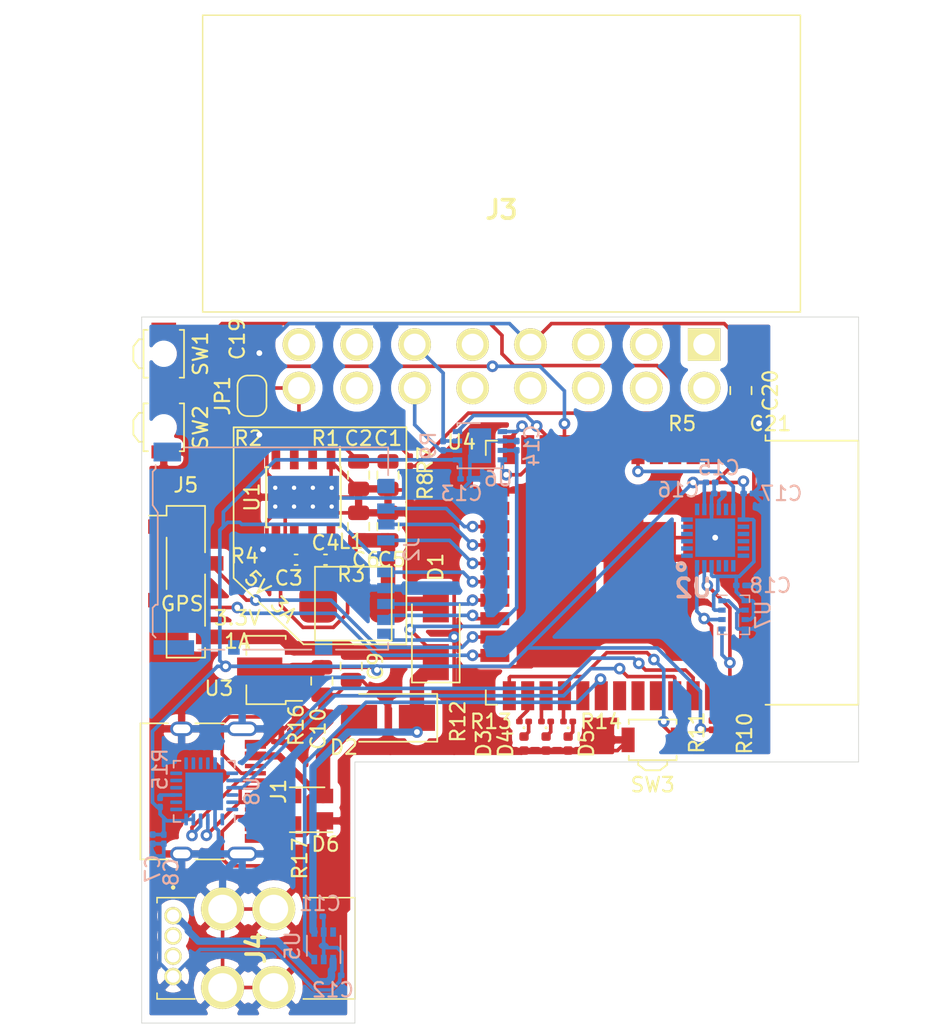
<source format=kicad_pcb>
(kicad_pcb (version 20171130) (host pcbnew 5.1.8)
  (layers (0 F.Cu signal) (31 B.Cu signal) (34 B.Paste user) (35 F.Paste user) (36 B.SilkS user) (37 F.SilkS user) (38 B.Mask user) (39 F.Mask user) (44 Edge.Cuts user))
  (net 0 "")
  (net 1 GND)
  (net 2 +BATT)
  (net 3 "Net-(C3-Pad1)")
  (net 4 "Net-(C4-Pad2)")
  (net 5 "Net-(C4-Pad1)")
  (net 6 "Net-(C5-Pad1)")
  (net 7 +5V)
  (net 8 +3V3)
  (net 9 +5VP)
  (net 10 +5VA)
  (net 11 SD_DAT0)
  (net 12 SD_CLK)
  (net 13 SD_CMD)
  (net 14 SD_DAT3)
  (net 15 SD_DAT2)
  (net 16 SD_DAT1)
  (net 17 CAN_L)
  (net 18 CAN_H)
  (net 19 "Net-(R1-Pad2)")
  (net 20 UART_RX)
  (net 21 UART_TX)
  (net 22 CAN_RX)
  (net 23 CAN_SHDN)
  (net 24 CAN_TX)
  (net 25 USB_EN)
  (net 26 "Net-(R3-Pad1)")
  (net 27 "Net-(C16-Pad2)")
  (net 28 I2C0_SDA)
  (net 29 I2C0_SCL)
  (net 30 IMU_INT)
  (net 31 GPS_TX)
  (net 32 GPS_RX)
  (net 33 ESP32_EN)
  (net 34 ESP32_MISC)
  (net 35 "Net-(D3-Pad1)")
  (net 36 "Net-(D4-Pad1)")
  (net 37 "Net-(D5-Pad1)")
  (net 38 LED_R)
  (net 39 LED_G)
  (net 40 LED_B)
  (net 41 USB_D+)
  (net 42 USB_D-)
  (net 43 "Net-(J1-PadA5)")
  (net 44 "Net-(J1-PadB5)")
  (net 45 "Net-(R15-Pad2)")
  (net 46 "Net-(C1-Pad1)")
  (net 47 BOOT0)
  (net 48 ADC)
  (module LED_SMD:LED_0402_1005Metric (layer F.Cu) (at 226.314 91.694 270)
    (fp_text reference D5 (at 0 -1.27 90) (layer F.SilkS))
    (fp_text value LED)
    (pad 2 smd roundrect (at 0.485 0 270) (size 0.59 0.64) (layers F.Cu F.Paste F.Mask) (net 1 GND))
    (pad 1 smd roundrect (at -0.485 0 270) (size 0.59 0.64) (layers F.Cu F.Paste F.Mask) (net 37 "Net-(D5-Pad1)"))
  )
  (module Button_Switch_SMD:SW_SPST_B3U-3000P-B (layer F.Cu) (at 232.156 91.44 180)
    (fp_text reference SW3 (at 0 -3.1) (layer F.SilkS))
    (fp_text value SW_Push)
    (pad "" np_thru_hole circle (at 0 0 180) (size 0.8 0.8) (drill 0.8) (layers *.Cu *.Mask))
    (pad 2 smd rect (at 1.7 0 180) (size 0.9 1.7) (layers F.Cu F.Paste F.Mask) (net 1 GND))
    (pad 1 smd rect (at -1.7 0 180) (size 0.9 1.7) (layers F.Cu F.Paste F.Mask) (net 47 BOOT0))
  )
  (module Capacitor_SMD:C_0201_0603Metric (layer F.Cu) (at 237.998 69.596)
    (fp_text reference C21 (at 2.286 0) (layer F.SilkS))
    (fp_text value 0.1µF)
    (pad 2 smd roundrect (at 0.32 0) (size 0.46 0.4) (layers F.Cu F.Mask) (net 1 GND))
    (pad 1 smd roundrect (at -0.32 0) (size 0.46 0.4) (layers F.Cu F.Mask) (net 8 +3V3))
  )
  (module Capacitor_SMD:C_0805_2012Metric (layer F.Cu) (at 238.252 67.31 90)
    (fp_text reference C20 (at 0 2.032 90) (layer F.SilkS))
    (fp_text value 10µF)
    (pad 2 smd roundrect (at 0.95 0 90) (size 1 1.45) (layers F.Cu F.Paste F.Mask) (net 1 GND))
    (pad 1 smd roundrect (at -0.95 0 90) (size 1 1.45) (layers F.Cu F.Paste F.Mask) (net 8 +3V3))
  )
  (module Capacitor_SMD:C_0201_0603Metric (layer F.Cu) (at 202.184 63.754 90)
    (fp_text reference C19 (at 0 1.27 90) (layer F.SilkS))
    (fp_text value 1µF)
    (pad 2 smd roundrect (at 0.32 0 90) (size 0.46 0.4) (layers F.Cu F.Mask) (net 33 ESP32_EN))
    (pad 1 smd roundrect (at -0.32 0 90) (size 0.46 0.4) (layers F.Cu F.Mask) (net 1 GND))
  )
  (module 67329-8040:673298040 (layer F.Cu) (at 199.018 103.584 90)
    (fp_text reference J4 (at -2.222 5.73 90) (layer F.SilkS) (effects (font (size 1.27 1.27) (thickness 0.254))))
    (fp_text value 67329-8040 hide)
    (pad MH4 thru_hole circle (at 0.46 6.96 180) (size 2.97 2.97) (drill 1.98) (layers *.Cu *.Mask F.SilkS) (net 1 GND))
    (pad MH3 thru_hole circle (at -4.96 6.96 180) (size 2.97 2.97) (drill 1.98) (layers *.Cu *.Mask F.SilkS) (net 1 GND))
    (pad MH2 thru_hole circle (at -4.96 3.42 180) (size 2.97 2.97) (drill 1.98) (layers *.Cu *.Mask F.SilkS) (net 1 GND))
    (pad MH1 thru_hole circle (at 0.46 3.42 180) (size 2.97 2.97) (drill 1.98) (layers *.Cu *.Mask F.SilkS) (net 1 GND))
    (pad 4 thru_hole circle (at -4.2 0 180) (size 1.2 1.2) (drill 0.85) (layers *.Cu *.Mask F.SilkS) (net 1 GND))
    (pad 3 thru_hole circle (at -2.8 0 180) (size 1.2 1.2) (drill 0.85) (layers *.Cu *.Mask F.SilkS))
    (pad 2 thru_hole circle (at -1.4 0 180) (size 1.2 1.2) (drill 0.85) (layers *.Cu *.Mask F.SilkS))
    (pad 1 thru_hole circle (at 0 0 180) (size 1.2 1.2) (drill 0.85) (layers *.Cu *.Mask F.SilkS) (net 9 +5VP))
  )
  (module Package_LGA:Bosch_LGA-8_2x2.5mm_P0.65mm_ClockwisePinNumbering (layer B.Cu) (at 237.744 82.804 270)
    (fp_text reference U7 (at 0 -2.032 90) (layer B.SilkS) (effects (justify mirror)))
    (fp_text value BMP280)
    (pad 8 smd rect (at -0.975 -0.8 180) (size 0.5 0.35) (layers B.Cu B.Paste B.Mask) (net 8 +3V3))
    (pad 2 smd rect (at -0.325 0.8 180) (size 0.5 0.35) (layers B.Cu B.Paste B.Mask) (net 8 +3V3))
    (pad 3 smd rect (at 0.325 0.8 180) (size 0.5 0.35) (layers B.Cu B.Paste B.Mask) (net 28 I2C0_SDA))
    (pad 4 smd rect (at 0.975 0.8 180) (size 0.5 0.35) (layers B.Cu B.Paste B.Mask) (net 29 I2C0_SCL))
    (pad 7 smd rect (at -0.325 -0.8 180) (size 0.5 0.35) (layers B.Cu B.Paste B.Mask) (net 1 GND))
    (pad 6 smd rect (at 0.325 -0.8 180) (size 0.5 0.35) (layers B.Cu B.Paste B.Mask) (net 8 +3V3))
    (pad 5 smd rect (at 0.975 -0.8 180) (size 0.5 0.35) (layers B.Cu B.Paste B.Mask) (net 1 GND))
    (pad 1 smd rect (at -0.975 0.8 180) (size 0.5 0.35) (layers B.Cu B.Paste B.Mask) (net 1 GND))
  )
  (module Resistor_SMD:R_0201_0603Metric (layer F.Cu) (at 207.772 70.358 180)
    (fp_text reference R1 (at -1.778 -0.254) (layer F.SilkS))
    (fp_text value 876K)
    (pad 2 smd roundrect (at 0.32 0 180) (size 0.46 0.4) (layers F.Cu F.Mask) (net 19 "Net-(R1-Pad2)"))
    (pad 1 smd roundrect (at -0.32 0 180) (size 0.46 0.4) (layers F.Cu F.Mask) (net 46 "Net-(C1-Pad1)"))
  )
  (module Jumper:SolderJumper-2_P1.3mm_Bridged_RoundedPad1.0x1.5mm (layer F.Cu) (at 204.47 67.676 270)
    (fp_text reference JP1 (at 0 2.032 90) (layer F.SilkS))
    (fp_text value SolderJumper_2_Bridged)
    (fp_poly (pts (xy 0.25 -0.3) (xy -0.25 -0.3) (xy -0.25 0.3) (xy 0.25 0.3)) (layer F.Cu) (width 0))
    (pad 1 smd custom (at -0.65 0 270) (size 1 0.5) (layers F.Cu F.Mask) (net 2 +BATT) (options (clearance outline) (anchor rect)) (primitives (gr_circle (center 0 0.25) (end 0.5 0.25) (width 0)) (gr_circle (center 0 -0.25) (end 0.5 -0.25) (width 0)) (gr_poly (pts (xy 0 -0.75) (xy 0.5 -0.75) (xy 0.5 0.75) (xy 0 0.75)) (width 0))))
    (pad 2 smd custom (at 0.65 0 270) (size 1 0.5) (layers F.Cu F.Mask) (net 46 "Net-(C1-Pad1)") (options (clearance outline) (anchor rect)) (primitives (gr_circle (center 0 0.25) (end 0.5 0.25) (width 0)) (gr_circle (center 0 -0.25) (end 0.5 -0.25) (width 0)) (gr_poly (pts (xy 0 -0.75) (xy -0.5 -0.75) (xy -0.5 0.75) (xy 0 0.75)) (width 0))))
  )
  (module Resistor_SMD:R_0201_0603Metric (layer F.Cu) (at 206.502 99.634 90)
    (fp_text reference R17 (at 0 1.27 90) (layer F.SilkS))
    (fp_text value 5.1K)
    (pad 2 smd roundrect (at 0.32 0 90) (size 0.46 0.4) (layers F.Cu F.Mask) (net 1 GND))
    (pad 1 smd roundrect (at -0.32 0 90) (size 0.46 0.4) (layers F.Cu F.Mask) (net 44 "Net-(J1-PadB5)"))
  )
  (module Resistor_SMD:R_0201_0603Metric (layer F.Cu) (at 206.502 90.358 90)
    (fp_text reference R16 (at -0.066 1.016 90) (layer F.SilkS))
    (fp_text value 5.1K)
    (pad 2 smd roundrect (at 0.32 0 90) (size 0.46 0.4) (layers F.Cu F.Mask) (net 43 "Net-(J1-PadA5)"))
    (pad 1 smd roundrect (at -0.32 0 90) (size 0.46 0.4) (layers F.Cu F.Mask) (net 1 GND))
  )
  (module Connector_USB:USB_C_Receptacle_HRO_TYPE-C-31-M-12 (layer F.Cu) (at 200.66 94.996 270)
    (fp_text reference J1 (at 0 -5.645 90) (layer F.SilkS))
    (fp_text value USB_C_Receptacle_USB2.0)
    (pad B1 smd rect (at 3.25 -4.045 270) (size 0.6 1.45) (layers F.Cu F.Paste F.Mask) (net 1 GND))
    (pad A9 smd rect (at 2.45 -4.045 270) (size 0.6 1.45) (layers F.Cu F.Paste F.Mask) (net 10 +5VA))
    (pad B9 smd rect (at -2.45 -4.045 270) (size 0.6 1.45) (layers F.Cu F.Paste F.Mask) (net 10 +5VA))
    (pad B12 smd rect (at -3.25 -4.045 270) (size 0.6 1.45) (layers F.Cu F.Paste F.Mask) (net 1 GND))
    (pad A1 smd rect (at -3.25 -4.045 270) (size 0.6 1.45) (layers F.Cu F.Paste F.Mask) (net 1 GND))
    (pad A4 smd rect (at -2.45 -4.045 270) (size 0.6 1.45) (layers F.Cu F.Paste F.Mask) (net 10 +5VA))
    (pad B4 smd rect (at 2.45 -4.045 270) (size 0.6 1.45) (layers F.Cu F.Paste F.Mask) (net 10 +5VA))
    (pad A12 smd rect (at 3.25 -4.045 270) (size 0.6 1.45) (layers F.Cu F.Paste F.Mask) (net 1 GND))
    (pad B8 smd rect (at -1.75 -4.045 270) (size 0.3 1.45) (layers F.Cu F.Paste F.Mask))
    (pad A5 smd rect (at -1.25 -4.045 270) (size 0.3 1.45) (layers F.Cu F.Paste F.Mask) (net 43 "Net-(J1-PadA5)"))
    (pad B7 smd rect (at -0.75 -4.045 270) (size 0.3 1.45) (layers F.Cu F.Paste F.Mask) (net 42 USB_D-))
    (pad A7 smd rect (at 0.25 -4.045 270) (size 0.3 1.45) (layers F.Cu F.Paste F.Mask) (net 42 USB_D-))
    (pad B6 smd rect (at 0.75 -4.045 270) (size 0.3 1.45) (layers F.Cu F.Paste F.Mask) (net 41 USB_D+))
    (pad A8 smd rect (at 1.25 -4.045 270) (size 0.3 1.45) (layers F.Cu F.Paste F.Mask))
    (pad B5 smd rect (at 1.75 -4.045 270) (size 0.3 1.45) (layers F.Cu F.Paste F.Mask) (net 44 "Net-(J1-PadB5)"))
    (pad A6 smd rect (at -0.25 -4.045 270) (size 0.3 1.45) (layers F.Cu F.Paste F.Mask) (net 41 USB_D+))
    (pad S1 thru_hole oval (at 4.32 -3.13 270) (size 1 2.1) (drill oval 0.6 1.7) (layers *.Cu *.Mask) (net 1 GND))
    (pad S1 thru_hole oval (at -4.32 -3.13 270) (size 1 2.1) (drill oval 0.6 1.7) (layers *.Cu *.Mask) (net 1 GND))
    (pad "" np_thru_hole circle (at -2.89 -2.6 270) (size 0.65 0.65) (drill 0.65) (layers *.Cu *.Mask))
    (pad S1 thru_hole oval (at -4.32 1.05 270) (size 1 1.6) (drill oval 0.6 1.2) (layers *.Cu *.Mask) (net 1 GND))
    (pad "" np_thru_hole circle (at 2.89 -2.6 270) (size 0.65 0.65) (drill 0.65) (layers *.Cu *.Mask))
    (pad S1 thru_hole oval (at 4.32 1.05 270) (size 1 1.6) (drill oval 0.6 1.2) (layers *.Cu *.Mask) (net 1 GND))
  )
  (module Capacitor_SMD:C_0201_0603Metric (layer B.Cu) (at 197.612 98.298 270)
    (fp_text reference C7 (at 2.032 0 270) (layer B.SilkS) (effects (justify mirror)))
    (fp_text value 4.7µF)
    (pad 2 smd roundrect (at 0.32 0 270) (size 0.46 0.4) (layers B.Cu B.Mask) (net 1 GND))
    (pad 1 smd roundrect (at -0.32 0 270) (size 0.46 0.4) (layers B.Cu B.Mask) (net 8 +3V3))
  )
  (module Resistor_SMD:R_0201_0603Metric (layer B.Cu) (at 198.12 95.758 90)
    (fp_text reference R15 (at 2.286 0 270) (layer B.SilkS) (effects (justify mirror)))
    (fp_text value 1K)
    (pad 2 smd roundrect (at 0.32 0 90) (size 0.46 0.4) (layers B.Cu B.Mask) (net 45 "Net-(R15-Pad2)"))
    (pad 1 smd roundrect (at -0.32 0 90) (size 0.46 0.4) (layers B.Cu B.Mask) (net 8 +3V3))
  )
  (module Package_TO_SOT_SMD:SOT-143 (layer F.Cu) (at 208.28 96.266 180)
    (fp_text reference D6 (at -1.27 -2.38) (layer F.SilkS))
    (fp_text value SP0503BAHT)
    (pad 4 smd rect (at 1.1 -0.95 90) (size 1 1.4) (layers F.Cu F.Paste F.Mask) (net 41 USB_D+))
    (pad 3 smd rect (at 1.1 0.95 90) (size 1 1.4) (layers F.Cu F.Paste F.Mask) (net 42 USB_D-))
    (pad 2 smd rect (at -1.1 0.95 90) (size 1 1.4) (layers F.Cu F.Paste F.Mask) (net 10 +5VA))
    (pad 1 smd rect (at -1.1 -0.77 90) (size 1.2 1.4) (layers F.Cu F.Paste F.Mask) (net 1 GND))
  )
  (module Package_DFN_QFN:QFN-24-1EP_4x4mm_P0.5mm_EP2.6x2.6mm (layer B.Cu) (at 201.168 94.996 90)
    (fp_text reference U8 (at 0 3.3 90) (layer B.SilkS) (effects (justify mirror)))
    (fp_text value CP2102N-A01-GQFN24)
    (pad 25 smd rect (at 0 0 90) (size 2.6 2.6) (layers B.Cu B.Mask) (net 1 GND))
    (pad 24 smd roundrect (at -1.25 1.9375 90) (size 0.25 0.825) (layers B.Cu B.Paste B.Mask))
    (pad 23 smd roundrect (at -0.75 1.9375 90) (size 0.25 0.825) (layers B.Cu B.Paste B.Mask))
    (pad 22 smd roundrect (at -0.25 1.9375 90) (size 0.25 0.825) (layers B.Cu B.Paste B.Mask))
    (pad 21 smd roundrect (at 0.25 1.9375 90) (size 0.25 0.825) (layers B.Cu B.Paste B.Mask) (net 20 UART_RX))
    (pad 20 smd roundrect (at 0.75 1.9375 90) (size 0.25 0.825) (layers B.Cu B.Paste B.Mask) (net 21 UART_TX))
    (pad 19 smd roundrect (at 1.25 1.9375 90) (size 0.25 0.825) (layers B.Cu B.Paste B.Mask))
    (pad 18 smd roundrect (at 1.9375 1.25 90) (size 0.825 0.25) (layers B.Cu B.Paste B.Mask))
    (pad 17 smd roundrect (at 1.9375 0.75 90) (size 0.825 0.25) (layers B.Cu B.Paste B.Mask))
    (pad 16 smd roundrect (at 1.9375 0.25 90) (size 0.825 0.25) (layers B.Cu B.Paste B.Mask))
    (pad 15 smd roundrect (at 1.9375 -0.25 90) (size 0.825 0.25) (layers B.Cu B.Paste B.Mask))
    (pad 14 smd roundrect (at 1.9375 -0.75 90) (size 0.825 0.25) (layers B.Cu B.Paste B.Mask))
    (pad 13 smd roundrect (at 1.9375 -1.25 90) (size 0.825 0.25) (layers B.Cu B.Paste B.Mask))
    (pad 12 smd roundrect (at 1.25 -1.9375 90) (size 0.25 0.825) (layers B.Cu B.Paste B.Mask))
    (pad 11 smd roundrect (at 0.75 -1.9375 90) (size 0.25 0.825) (layers B.Cu B.Paste B.Mask))
    (pad 10 smd roundrect (at 0.25 -1.9375 90) (size 0.25 0.825) (layers B.Cu B.Paste B.Mask))
    (pad 9 smd roundrect (at -0.25 -1.9375 90) (size 0.25 0.825) (layers B.Cu B.Paste B.Mask) (net 45 "Net-(R15-Pad2)"))
    (pad 8 smd roundrect (at -0.75 -1.9375 90) (size 0.25 0.825) (layers B.Cu B.Paste B.Mask))
    (pad 7 smd roundrect (at -1.25 -1.9375 90) (size 0.25 0.825) (layers B.Cu B.Paste B.Mask))
    (pad 6 smd roundrect (at -1.9375 -1.25 90) (size 0.825 0.25) (layers B.Cu B.Paste B.Mask) (net 8 +3V3))
    (pad 5 smd roundrect (at -1.9375 -0.75 90) (size 0.825 0.25) (layers B.Cu B.Paste B.Mask) (net 8 +3V3))
    (pad 4 smd roundrect (at -1.9375 -0.25 90) (size 0.825 0.25) (layers B.Cu B.Paste B.Mask) (net 42 USB_D-))
    (pad 3 smd roundrect (at -1.9375 0.25 90) (size 0.825 0.25) (layers B.Cu B.Paste B.Mask) (net 41 USB_D+))
    (pad 2 smd roundrect (at -1.9375 0.75 90) (size 0.825 0.25) (layers B.Cu B.Paste B.Mask) (net 1 GND))
    (pad 1 smd roundrect (at -1.9375 1.25 90) (size 0.825 0.25) (layers B.Cu B.Paste B.Mask))
  )
  (module Capacitor_SMD:C_0201_0603Metric (layer B.Cu) (at 198.374 98.298 270)
    (fp_text reference C8 (at 2.286 -0.508 90) (layer B.SilkS) (effects (justify mirror)))
    (fp_text value 0.1µF)
    (pad 2 smd roundrect (at 0.32 0 270) (size 0.46 0.4) (layers B.Cu B.Mask) (net 1 GND))
    (pad 1 smd roundrect (at -0.32 0 270) (size 0.46 0.4) (layers B.Cu B.Mask) (net 8 +3V3))
  )
  (module Capacitor_SMD:C_0402_1005Metric (layer F.Cu) (at 209.55 78.994)
    (fp_text reference C4 (at 0 -1.16) (layer F.SilkS))
    (fp_text value 0.1µF)
    (pad 2 smd roundrect (at 0.48 0) (size 0.56 0.62) (layers F.Cu F.Paste F.Mask) (net 4 "Net-(C4-Pad2)"))
    (pad 1 smd roundrect (at -0.48 0) (size 0.56 0.62) (layers F.Cu F.Paste F.Mask) (net 5 "Net-(C4-Pad1)"))
  )
  (module Capacitor_SMD:C_0805_2012Metric (layer F.Cu) (at 211.328 86.36 270)
    (fp_text reference C9 (at 0 -1.68 90) (layer F.SilkS))
    (fp_text value 10µF)
    (pad 2 smd roundrect (at 0.95 0 270) (size 1 1.45) (layers F.Cu F.Paste F.Mask) (net 1 GND))
    (pad 1 smd roundrect (at -0.95 0 270) (size 1 1.45) (layers F.Cu F.Paste F.Mask) (net 7 +5V))
  )
  (module Package_TO_SOT_SMD:SOT-89-3 (layer F.Cu) (at 205.74 86.614 180)
    (fp_text reference U3 (at 3.556 -1.27) (layer F.SilkS))
    (fp_text value AZ1117C-3.3)
    (pad 2 smd custom (at -1.5625 0 180) (size 1.475 0.9) (layers F.Cu F.Paste F.Mask) (net 8 +3V3) (options (clearance outline) (anchor rect)) (primitives (gr_poly (pts (xy 0.7375 -0.8665) (xy 3.8625 -0.8665) (xy 3.8625 0.8665) (xy 0.7375 0.8665)) (width 0))))
    (pad 3 smd rect (at -1.65 1.5 180) (size 1.3 0.9) (layers F.Cu F.Paste F.Mask) (net 7 +5V))
    (pad 1 smd rect (at -1.65 -1.5 180) (size 1.3 0.9) (layers F.Cu F.Paste F.Mask) (net 1 GND))
  )
  (module Resistor_SMD:R_0201_0603Metric (layer F.Cu) (at 226.314 90.17 180)
    (fp_text reference R14 (at -2.286 0) (layer F.SilkS))
    (fp_text value 5R)
    (pad 2 smd roundrect (at 0.32 0 180) (size 0.46 0.4) (layers F.Cu F.Mask) (net 40 LED_B))
    (pad 1 smd roundrect (at -0.32 0 180) (size 0.46 0.4) (layers F.Cu F.Mask) (net 37 "Net-(D5-Pad1)"))
  )
  (module Resistor_SMD:R_0201_0603Metric (layer F.Cu) (at 224.79 90.17 180)
    (fp_text reference R13 (at 3.81 0) (layer F.SilkS))
    (fp_text value 65R)
    (pad 2 smd roundrect (at 0.32 0 180) (size 0.46 0.4) (layers F.Cu F.Mask) (net 39 LED_G))
    (pad 1 smd roundrect (at -0.32 0 180) (size 0.46 0.4) (layers F.Cu F.Mask) (net 36 "Net-(D4-Pad1)"))
  )
  (module Resistor_SMD:R_0201_0603Metric (layer F.Cu) (at 223.266 90.17 180)
    (fp_text reference R12 (at 4.572 0 90) (layer F.SilkS))
    (fp_text value 65R)
    (pad 2 smd roundrect (at 0.32 0 180) (size 0.46 0.4) (layers F.Cu F.Mask) (net 38 LED_R))
    (pad 1 smd roundrect (at -0.32 0 180) (size 0.46 0.4) (layers F.Cu F.Mask) (net 35 "Net-(D3-Pad1)"))
  )
  (module LED_SMD:LED_0402_1005Metric (layer F.Cu) (at 224.79 91.694 270)
    (fp_text reference D4 (at 0 2.794 90) (layer F.SilkS))
    (fp_text value LED)
    (pad 2 smd roundrect (at 0.485 0 270) (size 0.59 0.64) (layers F.Cu F.Paste F.Mask) (net 1 GND))
    (pad 1 smd roundrect (at -0.485 0 270) (size 0.59 0.64) (layers F.Cu F.Paste F.Mask) (net 36 "Net-(D4-Pad1)"))
  )
  (module LED_SMD:LED_0402_1005Metric (layer F.Cu) (at 223.266 91.694 270)
    (fp_text reference D3 (at 0 2.794 90) (layer F.SilkS))
    (fp_text value LED)
    (pad 2 smd roundrect (at 0.485 0 270) (size 0.59 0.64) (layers F.Cu F.Paste F.Mask) (net 1 GND))
    (pad 1 smd roundrect (at -0.485 0 270) (size 0.59 0.64) (layers F.Cu F.Paste F.Mask) (net 35 "Net-(D3-Pad1)"))
  )
  (module Button_Switch_SMD:SW_SPST_B3U-3000P-B (layer F.Cu) (at 198.374 69.85 90)
    (fp_text reference SW2 (at 0 2.54 90) (layer F.SilkS))
    (fp_text value SW_Push)
    (pad "" np_thru_hole circle (at 0 0 90) (size 0.8 0.8) (drill 0.8) (layers *.Cu *.Mask))
    (pad 2 smd rect (at 1.7 0 90) (size 0.9 1.7) (layers F.Cu F.Paste F.Mask) (net 34 ESP32_MISC))
    (pad 1 smd rect (at -1.7 0 90) (size 0.9 1.7) (layers F.Cu F.Paste F.Mask) (net 1 GND))
  )
  (module Connector_PinSocket_2.54mm:PinSocket_1x04_P2.54mm_Vertical_SMD_Pin1Left (layer F.Cu) (at 199.898 80.518)
    (fp_text reference J5 (at 0 -6.68) (layer F.SilkS))
    (fp_text value Conn_01x04_Female)
    (pad 4 smd rect (at 1.65 3.81) (size 1.9 1) (layers F.Cu F.Paste F.Mask) (net 7 +5V))
    (pad 2 smd rect (at 1.65 -1.27) (size 1.9 1) (layers F.Cu F.Paste F.Mask) (net 32 GPS_RX))
    (pad 3 smd rect (at -1.65 1.27) (size 1.9 1) (layers F.Cu F.Paste F.Mask) (net 31 GPS_TX))
    (pad 1 smd rect (at -1.65 -3.81) (size 1.9 1) (layers F.Cu F.Paste F.Mask) (net 1 GND))
  )
  (module Resistor_SMD:R_0201_0603Metric (layer F.Cu) (at 211.328 78.994)
    (fp_text reference R3 (at 0 1.016) (layer F.SilkS))
    (fp_text value 100K)
    (pad 2 smd roundrect (at 0.32 0) (size 0.46 0.4) (layers F.Cu F.Mask) (net 6 "Net-(C5-Pad1)"))
    (pad 1 smd roundrect (at -0.32 0) (size 0.46 0.4) (layers F.Cu F.Mask) (net 26 "Net-(R3-Pad1)"))
  )
  (module Diode_SMD:D_SMA (layer F.Cu) (at 217.17 84.074 90)
    (fp_text reference D1 (at 4.572 0 90) (layer F.SilkS))
    (fp_text value D_Schottky)
    (pad 2 smd rect (at 2 0 90) (size 2.5 1.8) (layers F.Cu F.Paste F.Mask) (net 6 "Net-(C5-Pad1)"))
    (pad 1 smd rect (at -2 0 90) (size 2.5 1.8) (layers F.Cu F.Paste F.Mask) (net 7 +5V))
  )
  (module Package_SO:Texas_HSOP-8-1EP_3.9x4.9mm_P1.27mm_ThermalVias (layer F.Cu) (at 208.026 74.676 270)
    (fp_text reference U1 (at 0 3.556 90) (layer F.SilkS))
    (fp_text value LMR33630BDDA)
    (pad 9 thru_hole circle (at 0.65 1.95 270) (size 0.6 0.6) (drill 0.3) (layers *.Cu) (net 1 GND))
    (pad 9 thru_hole circle (at 0.65 0.65 270) (size 0.6 0.6) (drill 0.3) (layers *.Cu) (net 1 GND))
    (pad 9 thru_hole circle (at -0.65 0.65 270) (size 0.6 0.6) (drill 0.3) (layers *.Cu) (net 1 GND))
    (pad 9 thru_hole circle (at -0.65 1.95 270) (size 0.6 0.6) (drill 0.3) (layers *.Cu) (net 1 GND))
    (pad 9 thru_hole circle (at 0.65 -1.95 270) (size 0.6 0.6) (drill 0.3) (layers *.Cu) (net 1 GND))
    (pad 9 thru_hole circle (at 0.65 -0.65 270) (size 0.6 0.6) (drill 0.3) (layers *.Cu) (net 1 GND))
    (pad 9 thru_hole circle (at -0.65 -0.65 270) (size 0.6 0.6) (drill 0.3) (layers *.Cu) (net 1 GND))
    (pad 9 thru_hole circle (at -0.65 -1.95 270) (size 0.6 0.6) (drill 0.3) (layers *.Cu) (net 1 GND))
    (pad 8 smd rect (at 2.7 -1.905 270) (size 1.55 0.6) (layers F.Cu F.Paste F.Mask) (net 4 "Net-(C4-Pad2)"))
    (pad 7 smd rect (at 2.7 -0.635 270) (size 1.55 0.6) (layers F.Cu F.Paste F.Mask) (net 5 "Net-(C4-Pad1)"))
    (pad 6 smd rect (at 2.7 0.635 270) (size 1.55 0.6) (layers F.Cu F.Paste F.Mask) (net 3 "Net-(C3-Pad1)"))
    (pad 5 smd rect (at 2.7 1.905 270) (size 1.55 0.6) (layers F.Cu F.Paste F.Mask) (net 26 "Net-(R3-Pad1)"))
    (pad 4 smd rect (at -2.7 1.905 270) (size 1.55 0.6) (layers F.Cu F.Paste F.Mask))
    (pad 3 smd rect (at -2.7 0.635 270) (size 1.55 0.6) (layers F.Cu F.Paste F.Mask) (net 19 "Net-(R1-Pad2)"))
    (pad 2 smd rect (at -2.7 -0.635 270) (size 1.55 0.6) (layers F.Cu F.Paste F.Mask) (net 46 "Net-(C1-Pad1)"))
    (pad 1 smd rect (at -2.7 -1.905 270) (size 1.55 0.6) (layers F.Cu F.Paste F.Mask) (net 1 GND))
    (pad 9 smd rect (at 0 0 270) (size 2.95 4.9) (layers B.Cu) (net 1 GND))
    (pad 9 smd rect (at 0 0 270) (size 2.95 4.9) (layers F.Cu) (net 1 GND))
  )
  (module TDK_SPM5030:TDK_SPM5030 (layer F.Cu) (at 211.328 78.232 180)
    (fp_text reference L1 (at 0 0.5) (layer F.SilkS))
    (fp_text value 2.2µH)
    (pad 2 smd roundrect (at 2.286 -3.81 180) (size 2.6 2.6) (layers F.Cu F.Paste F.Mask) (net 4 "Net-(C4-Pad2)"))
    (pad 1 smd roundrect (at -2.54 -3.81 180) (size 2.6 2.6) (layers F.Cu F.Paste F.Mask) (net 6 "Net-(C5-Pad1)"))
  )
  (module Resistor_SMD:R_0201_0603Metric (layer F.Cu) (at 237.49 90.424 90)
    (fp_text reference R11 (at -0.508 -2.286 90) (layer F.SilkS))
    (fp_text value 4K7)
    (pad 2 smd roundrect (at 0.32 0 90) (size 0.46 0.4) (layers F.Cu F.Mask) (net 29 I2C0_SCL))
    (pad 1 smd roundrect (at -0.32 0 90) (size 0.46 0.4) (layers F.Cu F.Mask) (net 8 +3V3))
  )
  (module Resistor_SMD:R_0201_0603Metric (layer F.Cu) (at 236.22 90.424 270)
    (fp_text reference R10 (at 0.574 -2.286 90) (layer F.SilkS))
    (fp_text value 4K7)
    (pad 2 smd roundrect (at 0.32 0 270) (size 0.46 0.4) (layers F.Cu F.Mask) (net 8 +3V3))
    (pad 1 smd roundrect (at -0.32 0 270) (size 0.46 0.4) (layers F.Cu F.Mask) (net 28 I2C0_SDA))
  )
  (module Resistor_SMD:R_0201_0603Metric (layer B.Cu) (at 217.678 71.12 270)
    (fp_text reference R9 (at 0 1.016 90) (layer B.SilkS) (effects (justify mirror)))
    (fp_text value 120R)
    (pad 2 smd roundrect (at 0.32 0 270) (size 0.46 0.4) (layers B.Cu B.Mask) (net 17 CAN_L))
    (pad 1 smd roundrect (at -0.32 0 270) (size 0.46 0.4) (layers B.Cu B.Mask) (net 18 CAN_H))
  )
  (module Resistor_SMD:R_0201_0603Metric (layer F.Cu) (at 215.392 73.848 270)
    (fp_text reference R8 (at 0.066 -1.05 90) (layer F.SilkS))
    (fp_text value 27K)
    (pad 2 smd roundrect (at 0.32 0 270) (size 0.46 0.4) (layers F.Cu F.Mask) (net 1 GND))
    (pad 1 smd roundrect (at -0.32 0 270) (size 0.46 0.4) (layers F.Cu F.Mask) (net 48 ADC))
  )
  (module Resistor_SMD:R_0201_0603Metric (layer F.Cu) (at 215.392 72.202 270)
    (fp_text reference R7 (at -0.066 -1.05 90) (layer F.SilkS))
    (fp_text value 100K)
    (pad 2 smd roundrect (at 0.32 0 270) (size 0.46 0.4) (layers F.Cu F.Mask) (net 48 ADC))
    (pad 1 smd roundrect (at -0.32 0 270) (size 0.46 0.4) (layers F.Cu F.Mask) (net 2 +BATT))
  )
  (module Resistor_SMD:R_0201_0603Metric (layer F.Cu) (at 236.22 69.596)
    (fp_text reference R5 (at -2.032 0) (layer F.SilkS))
    (fp_text value 10K)
    (pad 2 smd roundrect (at 0.32 0) (size 0.46 0.4) (layers F.Cu F.Mask) (net 8 +3V3))
    (pad 1 smd roundrect (at -0.32 0) (size 0.46 0.4) (layers F.Cu F.Mask) (net 33 ESP32_EN))
  )
  (module Resistor_SMD:R_0201_0603Metric (layer F.Cu) (at 205.74 78.994)
    (fp_text reference R4 (at -1.778 -0.254) (layer F.SilkS))
    (fp_text value 24.9K)
    (pad 2 smd roundrect (at 0.32 0) (size 0.46 0.4) (layers F.Cu F.Mask) (net 26 "Net-(R3-Pad1)"))
    (pad 1 smd roundrect (at -0.32 0) (size 0.46 0.4) (layers F.Cu F.Mask) (net 1 GND))
  )
  (module Resistor_SMD:R_0201_0603Metric (layer F.Cu) (at 206.248 70.358 180)
    (fp_text reference R2 (at 2.032 -0.254) (layer F.SilkS))
    (fp_text value 100K)
    (pad 2 smd roundrect (at 0.32 0 180) (size 0.46 0.4) (layers F.Cu F.Mask) (net 1 GND))
    (pad 1 smd roundrect (at -0.32 0 180) (size 0.46 0.4) (layers F.Cu F.Mask) (net 19 "Net-(R1-Pad2)"))
  )
  (module Capacitor_SMD:C_0201_0603Metric (layer B.Cu) (at 238.252 80.772 180)
    (fp_text reference C18 (at -2.032 0) (layer B.SilkS) (effects (justify mirror)))
    (fp_text value 0.1µF)
    (pad 2 smd roundrect (at 0.32 0 180) (size 0.46 0.4) (layers B.Cu B.Mask) (net 8 +3V3))
    (pad 1 smd roundrect (at -0.32 0 180) (size 0.46 0.4) (layers B.Cu B.Mask) (net 1 GND))
  )
  (module Capacitor_SMD:C_0201_0603Metric (layer B.Cu) (at 238.76 74.422 180)
    (fp_text reference C17 (at -2.286 0) (layer B.SilkS) (effects (justify mirror)))
    (fp_text value 0.1µF)
    (pad 2 smd roundrect (at 0.32 0 180) (size 0.46 0.4) (layers B.Cu B.Mask) (net 8 +3V3))
    (pad 1 smd roundrect (at -0.32 0 180) (size 0.46 0.4) (layers B.Cu B.Mask) (net 1 GND))
  )
  (module Capacitor_SMD:C_0201_0603Metric (layer B.Cu) (at 236.728 74.422)
    (fp_text reference C16 (at -2.794 -0.254) (layer B.SilkS) (effects (justify mirror)))
    (fp_text value 0.47µF)
    (pad 2 smd roundrect (at 0.32 0) (size 0.46 0.4) (layers B.Cu B.Mask) (net 27 "Net-(C16-Pad2)"))
    (pad 1 smd roundrect (at -0.32 0) (size 0.46 0.4) (layers B.Cu B.Mask) (net 1 GND))
  )
  (module Capacitor_SMD:C_0201_0603Metric (layer B.Cu) (at 236.154 73.66 180)
    (fp_text reference C15 (at -0.574 1.016) (layer B.SilkS) (effects (justify mirror)))
    (fp_text value 10nF)
    (pad 2 smd roundrect (at 0.32 0 180) (size 0.46 0.4) (layers B.Cu B.Mask) (net 8 +3V3))
    (pad 1 smd roundrect (at -0.32 0 180) (size 0.46 0.4) (layers B.Cu B.Mask) (net 1 GND))
  )
  (module Capacitor_SMD:C_0201_0603Metric (layer B.Cu) (at 222.758 71.12 90)
    (fp_text reference C14 (at 0 1.05 90) (layer B.SilkS) (effects (justify mirror)))
    (fp_text value 0.1µF)
    (pad 2 smd roundrect (at 0.32 0 90) (size 0.46 0.4) (layers B.Cu B.Mask) (net 1 GND))
    (pad 1 smd roundrect (at -0.32 0 90) (size 0.46 0.4) (layers B.Cu B.Mask) (net 7 +5V))
  )
  (module Capacitor_SMD:C_0201_0603Metric (layer B.Cu) (at 219.202 73.406 180)
    (fp_text reference C13 (at 0.254 -1.016) (layer B.SilkS) (effects (justify mirror)))
    (fp_text value 0.1µF)
    (pad 2 smd roundrect (at 0.32 0 180) (size 0.46 0.4) (layers B.Cu B.Mask) (net 8 +3V3))
    (pad 1 smd roundrect (at -0.32 0 180) (size 0.46 0.4) (layers B.Cu B.Mask) (net 1 GND))
  )
  (module Capacitor_SMD:C_0201_0603Metric (layer B.Cu) (at 210.312 107.696)
    (fp_text reference C12 (at -0.254 1.016) (layer B.SilkS) (effects (justify mirror)))
    (fp_text value 0.1µF)
    (pad 2 smd roundrect (at 0.32 0) (size 0.46 0.4) (layers B.Cu B.Mask) (net 1 GND))
    (pad 1 smd roundrect (at -0.32 0) (size 0.46 0.4) (layers B.Cu B.Mask) (net 9 +5VP))
  )
  (module Capacitor_SMD:C_0201_0603Metric (layer B.Cu) (at 209.042 103.632)
    (fp_text reference C11 (at 0.127 -0.889) (layer B.SilkS) (effects (justify mirror)))
    (fp_text value 0.1µF)
    (pad 2 smd roundrect (at 0.32 0) (size 0.46 0.4) (layers B.Cu B.Mask) (net 1 GND))
    (pad 1 smd roundrect (at -0.32 0) (size 0.46 0.4) (layers B.Cu B.Mask) (net 7 +5V))
  )
  (module Capacitor_SMD:C_0402_1005Metric (layer F.Cu) (at 207.518 78.994 180)
    (fp_text reference C3 (at 0.508 -1.27) (layer F.SilkS))
    (fp_text value 1µF)
    (pad 2 smd roundrect (at 0.48 0 180) (size 0.56 0.62) (layers F.Cu F.Paste F.Mask) (net 1 GND))
    (pad 1 smd roundrect (at -0.48 0 180) (size 0.56 0.62) (layers F.Cu F.Paste F.Mask) (net 3 "Net-(C3-Pad1)"))
  )
  (module Button_Switch_SMD:SW_SPST_B3U-3000P-B (layer F.Cu) (at 198.374 64.77 90)
    (fp_text reference SW1 (at 0 2.54 90) (layer F.SilkS))
    (fp_text value SW_Push)
    (pad "" np_thru_hole circle (at 0 0 90) (size 0.8 0.8) (drill 0.8) (layers *.Cu *.Mask))
    (pad 2 smd rect (at 1.7 0 90) (size 0.9 1.7) (layers F.Cu F.Paste F.Mask) (net 33 ESP32_EN))
    (pad 1 smd rect (at -1.7 0 90) (size 0.9 1.7) (layers F.Cu F.Paste F.Mask) (net 1 GND))
  )
  (module Package_TO_SOT_SMD:SOT-363_SC-70-6 (layer B.Cu) (at 209.423 105.664 90)
    (fp_text reference U5 (at 0 -2.159 270) (layer B.SilkS) (effects (justify mirror)))
    (fp_text value SiP32431DR3)
    (pad 6 smd rect (at 0.95 0.65 90) (size 0.65 0.4) (layers B.Cu B.Paste B.Mask))
    (pad 4 smd rect (at 0.95 -0.65 90) (size 0.65 0.4) (layers B.Cu B.Paste B.Mask) (net 7 +5V))
    (pad 2 smd rect (at -0.95 0 90) (size 0.65 0.4) (layers B.Cu B.Paste B.Mask) (net 1 GND))
    (pad 5 smd rect (at 0.95 0 90) (size 0.65 0.4) (layers B.Cu B.Paste B.Mask) (net 1 GND))
    (pad 3 smd rect (at -0.95 -0.65 90) (size 0.65 0.4) (layers B.Cu B.Paste B.Mask) (net 25 USB_EN))
    (pad 1 smd rect (at -0.95 0.65 90) (size 0.65 0.4) (layers B.Cu B.Paste B.Mask) (net 9 +5VP))
  )
  (module OBD2:OBD2 (layer F.Cu) (at 235.712 64.135 180)
    (fp_text reference J3 (at 14 9.313) (layer F.SilkS) (effects (font (size 1.27 1.27) (thickness 0.254))))
    (fp_text value OBD2 hide)
    (pad 16 thru_hole circle (at 28 -3 270) (size 2.25 2.25) (drill 1.5) (layers *.Cu *.Mask F.SilkS) (net 2 +BATT))
    (pad 15 thru_hole circle (at 24 -3 270) (size 2.25 2.25) (drill 1.5) (layers *.Cu *.Mask F.SilkS))
    (pad 14 thru_hole circle (at 20 -3 270) (size 2.25 2.25) (drill 1.5) (layers *.Cu *.Mask F.SilkS) (net 17 CAN_L))
    (pad 13 thru_hole circle (at 16 -3 270) (size 2.25 2.25) (drill 1.5) (layers *.Cu *.Mask F.SilkS))
    (pad 12 thru_hole circle (at 12 -3 270) (size 2.25 2.25) (drill 1.5) (layers *.Cu *.Mask F.SilkS))
    (pad 11 thru_hole circle (at 8 -3 270) (size 2.25 2.25) (drill 1.5) (layers *.Cu *.Mask F.SilkS))
    (pad 10 thru_hole circle (at 4 -3 270) (size 2.25 2.25) (drill 1.5) (layers *.Cu *.Mask F.SilkS))
    (pad 9 thru_hole circle (at 0 -3 270) (size 2.25 2.25) (drill 1.5) (layers *.Cu *.Mask F.SilkS))
    (pad 8 thru_hole circle (at 28 0 270) (size 2.25 2.25) (drill 1.5) (layers *.Cu *.Mask F.SilkS))
    (pad 7 thru_hole circle (at 24 0 270) (size 2.25 2.25) (drill 1.5) (layers *.Cu *.Mask F.SilkS))
    (pad 6 thru_hole circle (at 20 0 270) (size 2.25 2.25) (drill 1.5) (layers *.Cu *.Mask F.SilkS) (net 18 CAN_H))
    (pad 5 thru_hole circle (at 16 0 270) (size 2.25 2.25) (drill 1.5) (layers *.Cu *.Mask F.SilkS))
    (pad 4 thru_hole circle (at 12 0 270) (size 2.25 2.25) (drill 1.5) (layers *.Cu *.Mask F.SilkS) (net 1 GND))
    (pad 3 thru_hole circle (at 8 0 270) (size 2.25 2.25) (drill 1.5) (layers *.Cu *.Mask F.SilkS))
    (pad 2 thru_hole circle (at 4 0 270) (size 2.25 2.25) (drill 1.5) (layers *.Cu *.Mask F.SilkS))
    (pad 1 thru_hole rect (at 0 0 270) (size 2.25 2.25) (drill 1.5) (layers *.Cu *.Mask F.SilkS))
  )
  (module ICM-20689:QFN50P400X400X95-25N-D (layer B.Cu) (at 236.474 77.47)
    (fp_text reference U2 (at -1.524 3.498) (layer B.SilkS) (effects (font (size 1.27 1.27) (thickness 0.254)) (justify mirror)))
    (fp_text value ICM-20689 hide)
    (pad 25 smd rect (at 0 0 270) (size 2.65 2.75) (layers B.Cu B.Paste B.Mask) (net 1 GND))
    (pad 24 smd rect (at -1.25 1.95) (size 0.3 0.8) (layers B.Cu B.Paste B.Mask) (net 28 I2C0_SDA))
    (pad 23 smd rect (at -0.75 1.95) (size 0.3 0.8) (layers B.Cu B.Paste B.Mask) (net 29 I2C0_SCL))
    (pad 22 smd rect (at -0.25 1.95) (size 0.3 0.8) (layers B.Cu B.Paste B.Mask) (net 8 +3V3))
    (pad 21 smd rect (at 0.25 1.95) (size 0.3 0.8) (layers B.Cu B.Paste B.Mask))
    (pad 20 smd rect (at 0.75 1.95) (size 0.3 0.8) (layers B.Cu B.Paste B.Mask))
    (pad 19 smd rect (at 1.25 1.95) (size 0.3 0.8) (layers B.Cu B.Paste B.Mask))
    (pad 18 smd rect (at 1.95 1.25 270) (size 0.3 0.8) (layers B.Cu B.Paste B.Mask))
    (pad 17 smd rect (at 1.95 0.75 270) (size 0.3 0.8) (layers B.Cu B.Paste B.Mask))
    (pad 16 smd rect (at 1.95 0.25 270) (size 0.3 0.8) (layers B.Cu B.Paste B.Mask))
    (pad 15 smd rect (at 1.95 -0.25 270) (size 0.3 0.8) (layers B.Cu B.Paste B.Mask))
    (pad 14 smd rect (at 1.95 -0.75 270) (size 0.3 0.8) (layers B.Cu B.Paste B.Mask))
    (pad 13 smd rect (at 1.95 -1.25 270) (size 0.3 0.8) (layers B.Cu B.Paste B.Mask) (net 8 +3V3))
    (pad 12 smd rect (at 1.25 -1.95) (size 0.3 0.8) (layers B.Cu B.Paste B.Mask) (net 30 IMU_INT))
    (pad 11 smd rect (at 0.75 -1.95) (size 0.3 0.8) (layers B.Cu B.Paste B.Mask))
    (pad 10 smd rect (at 0.25 -1.95) (size 0.3 0.8) (layers B.Cu B.Paste B.Mask) (net 27 "Net-(C16-Pad2)"))
    (pad 9 smd rect (at -0.25 -1.95) (size 0.3 0.8) (layers B.Cu B.Paste B.Mask) (net 1 GND))
    (pad 8 smd rect (at -0.75 -1.95) (size 0.3 0.8) (layers B.Cu B.Paste B.Mask) (net 8 +3V3))
    (pad 7 smd rect (at -1.25 -1.95) (size 0.3 0.8) (layers B.Cu B.Paste B.Mask))
    (pad 6 smd rect (at -1.95 -1.25 270) (size 0.3 0.8) (layers B.Cu B.Paste B.Mask))
    (pad 5 smd rect (at -1.95 -0.75 270) (size 0.3 0.8) (layers B.Cu B.Paste B.Mask))
    (pad 4 smd rect (at -1.95 -0.25 270) (size 0.3 0.8) (layers B.Cu B.Paste B.Mask))
    (pad 3 smd rect (at -1.95 0.25 270) (size 0.3 0.8) (layers B.Cu B.Paste B.Mask))
    (pad 2 smd rect (at -1.95 0.75 270) (size 0.3 0.8) (layers B.Cu B.Paste B.Mask))
    (pad 1 smd rect (at -1.95 1.25 270) (size 0.3 0.8) (layers B.Cu B.Paste B.Mask))
  )
  (module Package_DFN_QFN:DFN-8-1EP_3x3mm_P0.65mm_EP1.55x2.4mm (layer B.Cu) (at 220.218 71.12 180)
    (fp_text reference U6 (at -1.27 -2.286) (layer B.SilkS) (effects (justify mirror)))
    (fp_text value MCP2562-E-MF)
    (pad 9 smd rect (at 0 0 180) (size 1.55 2.4) (layers B.Cu B.Mask) (net 1 GND))
    (pad 8 smd rect (at 1.55 0.975 180) (size 0.65 0.35) (layers B.Cu B.Paste B.Mask) (net 23 CAN_SHDN))
    (pad 7 smd rect (at 1.55 0.325 180) (size 0.65 0.35) (layers B.Cu B.Paste B.Mask) (net 18 CAN_H))
    (pad 6 smd rect (at 1.55 -0.325 180) (size 0.65 0.35) (layers B.Cu B.Paste B.Mask) (net 17 CAN_L))
    (pad 5 smd rect (at 1.55 -0.975 180) (size 0.65 0.35) (layers B.Cu B.Paste B.Mask) (net 8 +3V3))
    (pad 4 smd rect (at -1.55 -0.975 180) (size 0.65 0.35) (layers B.Cu B.Paste B.Mask) (net 22 CAN_RX))
    (pad 3 smd rect (at -1.55 -0.325 180) (size 0.65 0.35) (layers B.Cu B.Paste B.Mask) (net 7 +5V))
    (pad 2 smd rect (at -1.55 0.325 180) (size 0.65 0.35) (layers B.Cu B.Paste B.Mask) (net 1 GND))
    (pad 1 smd rect (at -1.55 0.975 180) (size 0.65 0.35) (layers B.Cu B.Paste B.Mask) (net 24 CAN_TX))
  )
  (module RF_Module:ESP32-WROOM-32 (layer F.Cu) (at 230.505 79.892 270)
    (fp_text reference U4 (at -9.026 11.557) (layer F.SilkS))
    (fp_text value ESP32-WROOM-32)
    (pad 38 smd rect (at 8.5 -8.255 270) (size 2 0.9) (layers F.Cu F.Paste F.Mask) (net 1 GND))
    (pad 37 smd rect (at 8.5 -6.985 270) (size 2 0.9) (layers F.Cu F.Paste F.Mask) (net 29 I2C0_SCL))
    (pad 36 smd rect (at 8.5 -5.715 270) (size 2 0.9) (layers F.Cu F.Paste F.Mask) (net 28 I2C0_SDA))
    (pad 35 smd rect (at 8.5 -4.445 270) (size 2 0.9) (layers F.Cu F.Paste F.Mask) (net 21 UART_TX))
    (pad 34 smd rect (at 8.5 -3.175 270) (size 2 0.9) (layers F.Cu F.Paste F.Mask) (net 20 UART_RX))
    (pad 33 smd rect (at 8.5 -1.905 270) (size 2 0.9) (layers F.Cu F.Paste F.Mask))
    (pad 32 smd rect (at 8.5 -0.635 270) (size 2 0.9) (layers F.Cu F.Paste F.Mask))
    (pad 31 smd rect (at 8.5 0.635 270) (size 2 0.9) (layers F.Cu F.Paste F.Mask))
    (pad 30 smd rect (at 8.5 1.905 270) (size 2 0.9) (layers F.Cu F.Paste F.Mask) (net 25 USB_EN))
    (pad 29 smd rect (at 8.5 3.175 270) (size 2 0.9) (layers F.Cu F.Paste F.Mask))
    (pad 28 smd rect (at 8.5 4.445 270) (size 2 0.9) (layers F.Cu F.Paste F.Mask) (net 40 LED_B))
    (pad 27 smd rect (at 8.5 5.715 270) (size 2 0.9) (layers F.Cu F.Paste F.Mask) (net 39 LED_G))
    (pad 26 smd rect (at 8.5 6.985 270) (size 2 0.9) (layers F.Cu F.Paste F.Mask) (net 38 LED_R))
    (pad 25 smd rect (at 8.5 8.255 270) (size 2 0.9) (layers F.Cu F.Paste F.Mask) (net 47 BOOT0))
    (pad 24 smd rect (at 5.715 9.255) (size 2 0.9) (layers F.Cu F.Paste F.Mask) (net 31 GPS_TX))
    (pad 23 smd rect (at 4.445 9.255) (size 2 0.9) (layers F.Cu F.Paste F.Mask) (net 32 GPS_RX))
    (pad 22 smd rect (at 3.175 9.255) (size 2 0.9) (layers F.Cu F.Paste F.Mask) (net 16 SD_DAT1))
    (pad 21 smd rect (at 1.905 9.255) (size 2 0.9) (layers F.Cu F.Paste F.Mask) (net 11 SD_DAT0))
    (pad 20 smd rect (at 0.635 9.255) (size 2 0.9) (layers F.Cu F.Paste F.Mask) (net 12 SD_CLK))
    (pad 19 smd rect (at -0.635 9.255) (size 2 0.9) (layers F.Cu F.Paste F.Mask) (net 13 SD_CMD))
    (pad 18 smd rect (at -1.905 9.255) (size 2 0.9) (layers F.Cu F.Paste F.Mask) (net 14 SD_DAT3))
    (pad 17 smd rect (at -3.175 9.255) (size 2 0.9) (layers F.Cu F.Paste F.Mask) (net 15 SD_DAT2))
    (pad 16 smd rect (at -4.445 9.255) (size 2 0.9) (layers F.Cu F.Paste F.Mask))
    (pad 15 smd rect (at -5.715 9.255) (size 2 0.9) (layers F.Cu F.Paste F.Mask) (net 1 GND))
    (pad 14 smd rect (at -8.5 8.255 270) (size 2 0.9) (layers F.Cu F.Paste F.Mask) (net 24 CAN_TX))
    (pad 13 smd rect (at -8.5 6.985 270) (size 2 0.9) (layers F.Cu F.Paste F.Mask) (net 22 CAN_RX))
    (pad 12 smd rect (at -8.5 5.715 270) (size 2 0.9) (layers F.Cu F.Paste F.Mask) (net 23 CAN_SHDN))
    (pad 11 smd rect (at -8.5 4.445 270) (size 2 0.9) (layers F.Cu F.Paste F.Mask) (net 34 ESP32_MISC))
    (pad 10 smd rect (at -8.5 3.175 270) (size 2 0.9) (layers F.Cu F.Paste F.Mask))
    (pad 9 smd rect (at -8.5 1.905 270) (size 2 0.9) (layers F.Cu F.Paste F.Mask))
    (pad 8 smd rect (at -8.5 0.635 270) (size 2 0.9) (layers F.Cu F.Paste F.Mask))
    (pad 7 smd rect (at -8.5 -0.635 270) (size 2 0.9) (layers F.Cu F.Paste F.Mask) (net 30 IMU_INT))
    (pad 6 smd rect (at -8.5 -1.905 270) (size 2 0.9) (layers F.Cu F.Paste F.Mask))
    (pad 5 smd rect (at -8.5 -3.175 270) (size 2 0.9) (layers F.Cu F.Paste F.Mask))
    (pad 4 smd rect (at -8.5 -4.445 270) (size 2 0.9) (layers F.Cu F.Paste F.Mask) (net 48 ADC))
    (pad 3 smd rect (at -8.5 -5.715 270) (size 2 0.9) (layers F.Cu F.Paste F.Mask) (net 33 ESP32_EN))
    (pad 2 smd rect (at -8.5 -6.985 270) (size 2 0.9) (layers F.Cu F.Paste F.Mask) (net 8 +3V3))
    (pad 1 smd rect (at -8.5 -8.255 270) (size 2 0.9) (layers F.Cu F.Paste F.Mask) (net 1 GND))
    (pad 39 smd rect (at -1 -0.755 270) (size 5 5) (layers F.Cu F.Paste F.Mask) (net 1 GND))
  )
  (module Connector_Card:microSD_HC_Hirose_DM3AT-SF-PEJM5 (layer B.Cu) (at 205.994 78.232 90)
    (fp_text reference J2 (at -0.075 9.525 270) (layer B.SilkS) (effects (justify mirror)))
    (fp_text value Micro_SD_Card)
    (pad 11 smd rect (at 6.675 -7.375 90) (size 1.3 1.9) (layers B.Cu B.Paste B.Mask))
    (pad 11 smd rect (at -6.825 -6.925 90) (size 1 2.8) (layers B.Cu B.Paste B.Mask))
    (pad 10 smd rect (at -6.825 -2.775 90) (size 1 0.8) (layers B.Cu B.Paste B.Mask))
    (pad 11 smd rect (at -6.825 3.425 90) (size 1 1.2) (layers B.Cu B.Paste B.Mask))
    (pad 11 smd rect (at 4.325 7.725 90) (size 1 1.2) (layers B.Cu B.Paste B.Mask))
    (pad 7 smd rect (at -3.825 7.725 90) (size 0.7 1.2) (layers B.Cu B.Paste B.Mask) (net 11 SD_DAT0))
    (pad 6 smd rect (at -2.725 7.725 90) (size 0.7 1.2) (layers B.Cu B.Paste B.Mask) (net 1 GND))
    (pad 5 smd rect (at -1.625 7.725 90) (size 0.7 1.2) (layers B.Cu B.Paste B.Mask) (net 12 SD_CLK))
    (pad 4 smd rect (at -0.525 7.725 90) (size 0.7 1.2) (layers B.Cu B.Paste B.Mask) (net 8 +3V3))
    (pad 3 smd rect (at 0.575 7.725 90) (size 0.7 1.2) (layers B.Cu B.Paste B.Mask) (net 13 SD_CMD))
    (pad 2 smd rect (at 1.675 7.725 90) (size 0.7 1.2) (layers B.Cu B.Paste B.Mask) (net 14 SD_DAT3))
    (pad 1 smd rect (at 2.775 7.725 90) (size 0.7 1.2) (layers B.Cu B.Paste B.Mask) (net 15 SD_DAT2))
    (pad 8 smd rect (at -4.925 7.725 90) (size 0.7 1.2) (layers B.Cu B.Paste B.Mask) (net 16 SD_DAT1))
    (pad 9 smd rect (at -5.875 7.725 90) (size 0.7 1.2) (layers B.Cu B.Paste B.Mask) (net 1 GND))
  )
  (module Diode_SMD:D_SMA (layer F.Cu) (at 213.868 89.916 180)
    (fp_text reference D2 (at 3.048 -2.032) (layer F.SilkS))
    (fp_text value D_Schottky)
    (pad 2 smd rect (at 2 0 180) (size 2.5 1.8) (layers F.Cu F.Paste F.Mask) (net 10 +5VA))
    (pad 1 smd rect (at -2 0 180) (size 2.5 1.8) (layers F.Cu F.Paste F.Mask) (net 7 +5V))
  )
  (module Capacitor_SMD:C_0805_2012Metric (layer F.Cu) (at 209.296 87.376 270)
    (fp_text reference C10 (at 3.302 0.254 270) (layer F.SilkS))
    (fp_text value 22µF)
    (pad 2 smd roundrect (at 0.95 0 270) (size 1 1.45) (layers F.Cu F.Paste F.Mask) (net 1 GND))
    (pad 1 smd roundrect (at -0.95 0 270) (size 1 1.45) (layers F.Cu F.Paste F.Mask) (net 8 +3V3))
  )
  (module Capacitor_SMD:C_0805_2012Metric (layer F.Cu) (at 211.836 76.708 90)
    (fp_text reference C6 (at -2.286 0.508) (layer F.SilkS))
    (fp_text value 22µF)
    (pad 2 smd roundrect (at 0.95 0 90) (size 1 1.45) (layers F.Cu F.Paste F.Mask) (net 1 GND))
    (pad 1 smd roundrect (at -0.95 0 90) (size 1 1.45) (layers F.Cu F.Paste F.Mask) (net 6 "Net-(C5-Pad1)"))
  )
  (module Capacitor_SMD:C_0805_2012Metric (layer F.Cu) (at 213.868 76.708 90)
    (fp_text reference C5 (at -2.286 0.254) (layer F.SilkS))
    (fp_text value 22µF)
    (pad 2 smd roundrect (at 0.95 0 90) (size 1 1.45) (layers F.Cu F.Paste F.Mask) (net 1 GND))
    (pad 1 smd roundrect (at -0.95 0 90) (size 1 1.45) (layers F.Cu F.Paste F.Mask) (net 6 "Net-(C5-Pad1)"))
  )
  (module Capacitor_SMD:C_0805_2012Metric (layer F.Cu) (at 211.836 73.152 90)
    (fp_text reference C2 (at 2.54 0 180) (layer F.SilkS))
    (fp_text value 220nF)
    (pad 2 smd roundrect (at 0.95 0 90) (size 1 1.45) (layers F.Cu F.Paste F.Mask) (net 46 "Net-(C1-Pad1)"))
    (pad 1 smd roundrect (at -0.95 0 90) (size 1 1.45) (layers F.Cu F.Paste F.Mask) (net 1 GND))
  )
  (module Capacitor_SMD:C_0805_2012Metric (layer F.Cu) (at 213.868 73.152 270)
    (fp_text reference C1 (at -2.54 0 180) (layer F.SilkS))
    (fp_text value 10µF)
    (pad 2 smd roundrect (at 0.95 0 270) (size 1 1.45) (layers F.Cu F.Paste F.Mask) (net 1 GND))
    (pad 1 smd roundrect (at -0.95 0 270) (size 1 1.45) (layers F.Cu F.Paste F.Mask) (net 46 "Net-(C1-Pad1)"))
  )
  (gr_text "3.3V\n1A" (at 203.454 83.82) (layer F.SilkS) (effects (font (size 1 1))))
  (gr_text GPS (at 199.644 82.042) (layer F.SilkS) (effects (font (size 1 1))))
  (gr_line (start 203.2 80.264) (end 208.026 84.836) (layer F.SilkS) (width 0.12))
  (gr_line (start 215.138 84.836) (end 208.026 84.836) (layer F.SilkS) (width 0.12))
  (gr_line (start 211.582 92.964) (end 246.38 92.964) (layer Edge.Cuts) (width 0.05))
  (gr_line (start 211.582 110.998) (end 211.582 92.964) (layer Edge.Cuts) (width 0.05))
  (gr_text "5V 3A" (at 205.74 81.534 315) (layer F.SilkS) (effects (font (size 1 1))))
  (gr_line (start 215.138 69.85) (end 203.2 69.85) (layer F.SilkS) (width 0.12))
  (gr_line (start 215.138 84.836) (end 215.138 69.85) (layer F.SilkS) (width 0.12))
  (gr_line (start 203.2 69.85) (end 203.2 80.264) (layer F.SilkS) (width 0.12))
  (gr_line (start 196.85 110.998) (end 196.85 62.23) (layer Edge.Cuts) (width 0.05))
  (gr_line (start 211.582 110.998) (end 196.85 110.998) (layer Edge.Cuts) (width 0.05))
  (gr_line (start 246.38 92.964) (end 246.38 62.23) (layer Edge.Cuts) (width 0.05))
  (gr_line (start 196.85 62.23) (end 246.38 62.23) (layer Edge.Cuts) (width 0.05))
  (segment (start 209.931 72.197) (end 211.836 74.102) (width 0.25) (layer F.Cu) (net 1))
  (segment (start 209.931 71.976) (end 209.931 72.197) (width 0.25) (layer F.Cu) (net 1))
  (segment (start 211.836 74.102) (end 213.868 74.102) (width 0.25) (layer F.Cu) (net 1))
  (segment (start 209.931 73.981) (end 209.976 74.026) (width 0.25) (layer F.Cu) (net 1))
  (segment (start 209.931 71.976) (end 209.931 73.981) (width 0.25) (layer F.Cu) (net 1))
  (segment (start 211.262 74.676) (end 211.836 74.102) (width 0.25) (layer F.Cu) (net 1))
  (segment (start 208.026 74.676) (end 211.262 74.676) (width 0.25) (layer F.Cu) (net 1))
  (segment (start 205.495999 70.790001) (end 205.495999 73.011001) (width 0.25) (layer F.Cu) (net 1))
  (segment (start 205.495999 73.011001) (end 207.160998 74.676) (width 0.25) (layer F.Cu) (net 1))
  (segment (start 205.928 70.358) (end 205.495999 70.790001) (width 0.25) (layer F.Cu) (net 1))
  (segment (start 209.108 75.758) (end 208.026 74.676) (width 0.25) (layer F.Cu) (net 1))
  (segment (start 211.836 75.758) (end 209.108 75.758) (width 0.25) (layer F.Cu) (net 1))
  (segment (start 213.868 75.758) (end 211.836 75.758) (width 0.25) (layer F.Cu) (net 1))
  (segment (start 213.868 74.102) (end 213.868 75.758) (width 0.25) (layer F.Cu) (net 1))
  (segment (start 205.495999 76.340999) (end 207.160998 74.676) (width 0.25) (layer F.Cu) (net 1))
  (segment (start 209.423 103.693) (end 209.362 103.632) (width 0.25) (layer B.Cu) (net 1))
  (segment (start 209.423 104.714) (end 209.423 103.693) (width 0.25) (layer B.Cu) (net 1))
  (segment (start 209.423 105.791) (end 209.423 104.714) (width 0.25) (layer B.Cu) (net 1))
  (segment (start 209.423 106.614) (end 209.423 105.791) (width 0.25) (layer B.Cu) (net 1))
  (segment (start 222.261999 62.684999) (end 207.718999 62.684999) (width 0.25) (layer B.Cu) (net 1))
  (segment (start 223.712 64.135) (end 222.261999 62.684999) (width 0.25) (layer B.Cu) (net 1))
  (via (at 204.978 70.358) (size 0.8) (drill 0.4) (layers F.Cu B.Cu) (net 1))
  (segment (start 204.978 64.722998) (end 204.978 70.358) (width 0.25) (layer B.Cu) (net 1))
  (segment (start 207.015999 62.684999) (end 204.978 64.722998) (width 0.25) (layer B.Cu) (net 1))
  (segment (start 207.718999 62.684999) (end 207.015999 62.684999) (width 0.25) (layer B.Cu) (net 1))
  (segment (start 204.978 70.358) (end 205.928 70.358) (width 0.25) (layer F.Cu) (net 1))
  (segment (start 221.773 70.8) (end 221.768 70.795) (width 0.25) (layer B.Cu) (net 1))
  (segment (start 222.758 70.8) (end 221.773 70.8) (width 0.25) (layer B.Cu) (net 1))
  (segment (start 219.522 71.816) (end 220.218 71.12) (width 0.25) (layer B.Cu) (net 1))
  (segment (start 219.522 73.406) (end 219.522 71.816) (width 0.25) (layer B.Cu) (net 1))
  (segment (start 220.543 70.795) (end 220.218 71.12) (width 0.25) (layer B.Cu) (net 1))
  (segment (start 221.768 70.795) (end 220.543 70.795) (width 0.25) (layer B.Cu) (net 1))
  (segment (start 219.522 73.606) (end 219.522 73.406) (width 0.25) (layer B.Cu) (net 1))
  (segment (start 208.082001 74.732001) (end 218.395999 74.732001) (width 0.25) (layer B.Cu) (net 1))
  (segment (start 218.395999 74.732001) (end 219.522 73.606) (width 0.25) (layer B.Cu) (net 1))
  (segment (start 208.026 74.676) (end 208.082001 74.732001) (width 0.25) (layer B.Cu) (net 1))
  (segment (start 213.943 74.177) (end 213.868 74.102) (width 0.25) (layer F.Cu) (net 1))
  (segment (start 207.160998 74.676) (end 208.026 74.676) (width 0.25) (layer F.Cu) (net 1))
  (segment (start 238.658 78.892) (end 238.76 78.994) (width 0.25) (layer F.Cu) (net 1))
  (segment (start 231.26 78.892) (end 238.658 78.892) (width 0.25) (layer F.Cu) (net 1))
  (segment (start 236.224 77.22) (end 236.224 75.52) (width 0.25) (layer B.Cu) (net 1))
  (segment (start 236.474 77.47) (end 236.224 77.22) (width 0.25) (layer B.Cu) (net 1))
  (segment (start 236.224 74.606) (end 236.408 74.422) (width 0.25) (layer B.Cu) (net 1))
  (segment (start 236.224 75.52) (end 236.224 74.606) (width 0.25) (layer B.Cu) (net 1))
  (segment (start 236.408 73.726) (end 236.474 73.66) (width 0.25) (layer B.Cu) (net 1))
  (segment (start 236.408 74.422) (end 236.408 73.726) (width 0.25) (layer B.Cu) (net 1))
  (via (at 236.474 77.47) (size 0.8) (drill 0.4) (layers F.Cu B.Cu) (net 1))
  (segment (start 232.682 77.47) (end 231.26 78.892) (width 0.25) (layer F.Cu) (net 1))
  (segment (start 236.474 77.47) (end 232.682 77.47) (width 0.25) (layer F.Cu) (net 1))
  (segment (start 238.76 86.36) (end 238.76 88.392) (width 0.25) (layer F.Cu) (net 1))
  (segment (start 238.76 78.994) (end 238.76 86.36) (width 0.25) (layer F.Cu) (net 1))
  (segment (start 205.978 103.124) (end 202.438 103.124) (width 0.25) (layer F.Cu) (net 1))
  (segment (start 202.438 103.124) (end 202.438 108.544) (width 0.25) (layer F.Cu) (net 1))
  (segment (start 202.438 108.544) (end 205.978 108.544) (width 0.25) (layer F.Cu) (net 1))
  (segment (start 213.719 80.957) (end 207.912749 80.957) (width 0.25) (layer B.Cu) (net 1))
  (segment (start 198.248 76.708) (end 203.663749 76.708) (width 0.5) (layer F.Cu) (net 1))
  (segment (start 207.912749 80.957) (end 205.234812 78.279063) (width 0.25) (layer B.Cu) (net 1))
  (segment (start 205.495999 78.017876) (end 205.234812 78.279063) (width 0.25) (layer F.Cu) (net 1))
  (via (at 205.234812 78.279063) (size 0.8) (drill 0.4) (layers F.Cu B.Cu) (net 1))
  (segment (start 205.495999 76.340999) (end 205.495999 78.017876) (width 0.25) (layer F.Cu) (net 1))
  (segment (start 203.663749 76.708) (end 205.234812 78.279063) (width 0.5) (layer F.Cu) (net 1))
  (via (at 204.978 64.722998) (size 0.8) (drill 0.4) (layers F.Cu B.Cu) (net 1))
  (segment (start 203.786 71.55) (end 204.978 70.358) (width 0.25) (layer F.Cu) (net 1))
  (segment (start 198.374 71.55) (end 203.786 71.55) (width 0.25) (layer F.Cu) (net 1))
  (segment (start 210.312 88.326) (end 211.328 87.31) (width 0.25) (layer F.Cu) (net 1))
  (segment (start 209.296 88.326) (end 210.312 88.326) (width 0.25) (layer F.Cu) (net 1))
  (segment (start 207.39 88.114) (end 209.254 88.114) (width 0.25) (layer F.Cu) (net 1))
  (segment (start 209.254 88.114) (end 209.296 88.156) (width 0.25) (layer F.Cu) (net 1))
  (segment (start 209.296 88.156) (end 209.296 88.326) (width 0.25) (layer F.Cu) (net 1))
  (segment (start 218.222999 84.545002) (end 218.44 84.328001) (width 0.25) (layer B.Cu) (net 1))
  (segment (start 214.157002 84.545002) (end 218.222999 84.545002) (width 0.25) (layer B.Cu) (net 1))
  (segment (start 209.652501 104.608999) (end 211.1375 103.124) (width 0.25) (layer F.Cu) (net 1))
  (segment (start 205.978 103.124) (end 207.462999 104.608999) (width 0.25) (layer F.Cu) (net 1))
  (segment (start 213.719 84.107) (end 214.157002 84.545002) (width 0.25) (layer B.Cu) (net 1))
  (segment (start 207.462999 104.608999) (end 209.652501 104.608999) (width 0.25) (layer F.Cu) (net 1))
  (via (at 218.44 84.328001) (size 0.8) (drill 0.4) (layers F.Cu B.Cu) (net 1))
  (segment (start 205.495999 78.918001) (end 205.495999 76.340999) (width 0.25) (layer F.Cu) (net 1))
  (segment (start 205.42 78.994) (end 205.495999 78.918001) (width 0.25) (layer F.Cu) (net 1))
  (segment (start 206.765999 75.936001) (end 208.026 74.676) (width 0.25) (layer F.Cu) (net 1))
  (segment (start 206.765999 78.721999) (end 206.765999 75.936001) (width 0.25) (layer F.Cu) (net 1))
  (segment (start 207.038 78.994) (end 206.765999 78.721999) (width 0.25) (layer F.Cu) (net 1))
  (segment (start 201.918 95.746) (end 201.168 94.996) (width 0.25) (layer B.Cu) (net 1))
  (segment (start 201.918 96.9335) (end 201.918 95.746) (width 0.25) (layer B.Cu) (net 1))
  (segment (start 199.018 107.784) (end 198.092999 106.858999) (width 0.25) (layer B.Cu) (net 1))
  (segment (start 202.151662 98.396662) (end 202.151662 97.700658) (width 0.25) (layer B.Cu) (net 1))
  (segment (start 202.151662 97.700658) (end 201.918 97.466996) (width 0.25) (layer B.Cu) (net 1))
  (segment (start 198.092999 106.858999) (end 198.092999 102.455325) (width 0.25) (layer B.Cu) (net 1))
  (segment (start 201.918 97.466996) (end 201.918 96.9335) (width 0.25) (layer B.Cu) (net 1))
  (segment (start 197.612 98.618) (end 198.374 98.618) (width 0.25) (layer B.Cu) (net 1))
  (segment (start 198.280162 102.268162) (end 202.151662 98.396662) (width 0.25) (layer B.Cu) (net 1))
  (segment (start 198.374 102.174324) (end 198.280162 102.268162) (width 0.25) (layer B.Cu) (net 1))
  (segment (start 198.374 98.618) (end 198.374 102.174324) (width 0.25) (layer B.Cu) (net 1))
  (segment (start 198.092999 102.455325) (end 198.280162 102.268162) (width 0.25) (layer B.Cu) (net 1))
  (segment (start 205.434 98.246) (end 206.502 99.314) (width 0.25) (layer F.Cu) (net 1))
  (segment (start 204.705 98.246) (end 205.434 98.246) (width 0.25) (layer F.Cu) (net 1))
  (segment (start 210.955 97.036) (end 211.1375 97.2185) (width 0.25) (layer F.Cu) (net 1))
  (segment (start 209.38 97.036) (end 210.955 97.036) (width 0.25) (layer F.Cu) (net 1))
  (segment (start 211.1375 103.124) (end 211.1375 97.2185) (width 0.25) (layer F.Cu) (net 1))
  (segment (start 211.1375 92.659512) (end 211.437022 92.35999) (width 0.25) (layer F.Cu) (net 1))
  (segment (start 211.1375 97.2185) (end 211.1375 92.659512) (width 0.25) (layer F.Cu) (net 1))
  (segment (start 202.438 100.668) (end 203.79 99.316) (width 0.5) (layer B.Cu) (net 1))
  (segment (start 202.438 103.124) (end 202.438 100.668) (width 0.5) (layer B.Cu) (net 1))
  (segment (start 237.394 81.829) (end 236.944 81.829) (width 0.25) (layer B.Cu) (net 1))
  (segment (start 238.044 82.479) (end 237.394 81.829) (width 0.25) (layer B.Cu) (net 1))
  (segment (start 238.544 82.479) (end 238.044 82.479) (width 0.25) (layer B.Cu) (net 1))
  (segment (start 239.044 83.779) (end 239.776 83.047) (width 0.25) (layer B.Cu) (net 1))
  (segment (start 238.544 83.779) (end 239.044 83.779) (width 0.25) (layer B.Cu) (net 1))
  (segment (start 239.776 75.118) (end 239.08 74.422) (width 0.25) (layer B.Cu) (net 1))
  (segment (start 238.572 80.772) (end 239.776 80.772) (width 0.25) (layer B.Cu) (net 1))
  (segment (start 239.776 80.772) (end 239.776 75.118) (width 0.25) (layer B.Cu) (net 1))
  (segment (start 239.776 83.047) (end 239.776 80.772) (width 0.25) (layer B.Cu) (net 1))
  (segment (start 238.183998 82.479) (end 238.544 82.479) (width 0.25) (layer B.Cu) (net 1))
  (segment (start 237.968999 82.693999) (end 238.183998 82.479) (width 0.25) (layer B.Cu) (net 1))
  (segment (start 237.968999 83.703999) (end 237.968999 82.693999) (width 0.25) (layer B.Cu) (net 1))
  (segment (start 238.044 83.779) (end 237.968999 83.703999) (width 0.25) (layer B.Cu) (net 1))
  (segment (start 238.544 83.779) (end 238.044 83.779) (width 0.25) (layer B.Cu) (net 1))
  (segment (start 209.38 97.886) (end 209.38 97.036) (width 0.25) (layer F.Cu) (net 1))
  (segment (start 207.952 99.314) (end 209.38 97.886) (width 0.25) (layer F.Cu) (net 1))
  (segment (start 206.502 99.314) (end 207.952 99.314) (width 0.25) (layer F.Cu) (net 1))
  (segment (start 218.44 74.44) (end 218.177 74.177) (width 0.25) (layer F.Cu) (net 1))
  (segment (start 218.44 84.328001) (end 218.44 74.44) (width 0.25) (layer F.Cu) (net 1))
  (segment (start 218.177 74.177) (end 213.943 74.177) (width 0.25) (layer F.Cu) (net 1))
  (segment (start 221.25 74.177) (end 218.177 74.177) (width 0.25) (layer F.Cu) (net 1))
  (segment (start 206.702 90.678) (end 206.502 90.678) (width 0.25) (layer F.Cu) (net 1))
  (segment (start 207.39 89.99) (end 206.702 90.678) (width 0.25) (layer F.Cu) (net 1))
  (segment (start 207.39 88.114) (end 207.39 89.99) (width 0.25) (layer F.Cu) (net 1))
  (segment (start 205.434 91.746) (end 206.502 90.678) (width 0.25) (layer F.Cu) (net 1))
  (segment (start 204.705 91.746) (end 205.434 91.746) (width 0.25) (layer F.Cu) (net 1))
  (segment (start 214.02599 89.28299) (end 214.02599 92.35999) (width 0.25) (layer F.Cu) (net 1))
  (segment (start 211.328 87.31) (end 212.053 87.31) (width 0.25) (layer F.Cu) (net 1))
  (segment (start 212.053 87.31) (end 214.02599 89.28299) (width 0.25) (layer F.Cu) (net 1))
  (segment (start 211.437022 92.35999) (end 214.02599 92.35999) (width 0.25) (layer F.Cu) (net 1))
  (segment (start 210.360002 105.791) (end 209.423 105.791) (width 0.25) (layer B.Cu) (net 1))
  (segment (start 210.67901 106.110008) (end 210.360002 105.791) (width 0.25) (layer B.Cu) (net 1))
  (segment (start 210.67901 107.696) (end 210.67901 106.110008) (width 0.25) (layer B.Cu) (net 1))
  (segment (start 210.54701 107.828) (end 210.67901 107.696) (width 0.25) (layer B.Cu) (net 1))
  (segment (start 210.526998 108.12406) (end 210.526998 107.99206) (width 0.25) (layer B.Cu) (net 1))
  (segment (start 210.54701 107.972048) (end 210.54701 107.828) (width 0.25) (layer B.Cu) (net 1))
  (segment (start 209.939058 108.712) (end 210.526998 108.12406) (width 0.25) (layer B.Cu) (net 1))
  (segment (start 210.526998 107.99206) (end 210.54701 107.972048) (width 0.25) (layer B.Cu) (net 1))
  (segment (start 208.788 108.712) (end 209.939058 108.712) (width 0.25) (layer B.Cu) (net 1))
  (segment (start 205.994 105.918) (end 208.788 108.712) (width 0.25) (layer B.Cu) (net 1))
  (segment (start 200.884 105.918) (end 205.994 105.918) (width 0.25) (layer B.Cu) (net 1))
  (segment (start 199.018 107.784) (end 200.884 105.918) (width 0.25) (layer B.Cu) (net 1))
  (segment (start 239.502461 70.649539) (end 239.502461 69.576461) (width 0.25) (layer F.Cu) (net 1))
  (segment (start 239.08 74.422) (end 239.502461 73.999539) (width 0.25) (layer B.Cu) (net 1))
  (via (at 239.502461 69.576461) (size 0.8) (drill 0.4) (layers F.Cu B.Cu) (net 1))
  (segment (start 239.502461 73.999539) (end 239.502461 69.576461) (width 0.25) (layer B.Cu) (net 1))
  (segment (start 238.76 71.392) (end 239.502461 70.649539) (width 0.25) (layer F.Cu) (net 1))
  (segment (start 214.02599 92.35999) (end 218.44 92.35999) (width 0.25) (layer F.Cu) (net 1))
  (segment (start 218.44 92.35999) (end 218.44 87.539002) (width 0.25) (layer F.Cu) (net 1))
  (segment (start 200.436998 66.47) (end 202.184 64.722998) (width 0.25) (layer F.Cu) (net 1))
  (segment (start 198.374 66.47) (end 200.436998 66.47) (width 0.25) (layer F.Cu) (net 1))
  (segment (start 202.184 64.516) (end 202.390998 64.722998) (width 0.25) (layer F.Cu) (net 1))
  (segment (start 202.184 64.074) (end 202.184 64.516) (width 0.25) (layer F.Cu) (net 1))
  (segment (start 202.390998 64.722998) (end 204.978 64.722998) (width 0.25) (layer F.Cu) (net 1))
  (segment (start 202.184 64.722998) (end 202.390998 64.722998) (width 0.25) (layer F.Cu) (net 1))
  (segment (start 218.44 86.36) (end 218.44 84.328001) (width 0.25) (layer F.Cu) (net 1))
  (segment (start 218.44 87.539002) (end 218.44 86.36) (width 0.25) (layer F.Cu) (net 1))
  (segment (start 239.149002 78.604998) (end 238.76 78.994) (width 0.25) (layer F.Cu) (net 1))
  (segment (start 239.149002 71.781002) (end 239.149002 78.604998) (width 0.25) (layer F.Cu) (net 1))
  (segment (start 238.76 71.392) (end 239.149002 71.781002) (width 0.25) (layer F.Cu) (net 1))
  (segment (start 237.097001 62.684999) (end 238.252 63.839998) (width 0.25) (layer F.Cu) (net 1))
  (segment (start 225.162001 62.684999) (end 237.097001 62.684999) (width 0.25) (layer F.Cu) (net 1))
  (segment (start 238.252 65.532) (end 238.252 66.36) (width 0.25) (layer F.Cu) (net 1))
  (segment (start 238.252 63.839998) (end 238.252 65.532) (width 0.25) (layer F.Cu) (net 1))
  (segment (start 223.712 64.135) (end 225.162001 62.684999) (width 0.25) (layer F.Cu) (net 1))
  (segment (start 239.55601 69.522912) (end 239.502461 69.576461) (width 0.25) (layer F.Cu) (net 1))
  (segment (start 239.55601 66.36) (end 239.55601 69.522912) (width 0.25) (layer F.Cu) (net 1))
  (segment (start 238.252 66.36) (end 239.55601 66.36) (width 0.25) (layer F.Cu) (net 1))
  (segment (start 226.314 92.179) (end 229.717 92.179) (width 0.25) (layer F.Cu) (net 1))
  (segment (start 229.717 92.179) (end 230.456 91.44) (width 0.25) (layer F.Cu) (net 1))
  (segment (start 224.79 92.179) (end 226.314 92.179) (width 0.25) (layer F.Cu) (net 1))
  (segment (start 223.266 92.179) (end 224.79 92.179) (width 0.25) (layer F.Cu) (net 1))
  (segment (start 218.44 92.35999) (end 223.08501 92.35999) (width 0.25) (layer F.Cu) (net 1))
  (segment (start 223.08501 92.35999) (end 223.266 92.179) (width 0.25) (layer F.Cu) (net 1))
  (segment (start 231.26 78.892) (end 223.769999 86.382001) (width 0.25) (layer F.Cu) (net 1))
  (segment (start 223.769999 86.382001) (end 218.462001 86.382001) (width 0.25) (layer F.Cu) (net 1))
  (segment (start 218.462001 86.382001) (end 218.44 86.36) (width 0.25) (layer F.Cu) (net 1))
  (segment (start 239.482922 69.596) (end 239.502461 69.576461) (width 0.25) (layer F.Cu) (net 1))
  (segment (start 238.318 69.596) (end 239.482922 69.596) (width 0.25) (layer F.Cu) (net 1))
  (segment (start 204.579 67.135) (end 204.47 67.026) (width 0.25) (layer F.Cu) (net 2))
  (segment (start 207.712 67.135) (end 204.579 67.135) (width 0.25) (layer F.Cu) (net 2))
  (segment (start 207.712 69.028) (end 207.712 67.135) (width 0.25) (layer F.Cu) (net 2))
  (segment (start 209.109988 70.425988) (end 207.712 69.028) (width 0.25) (layer F.Cu) (net 2))
  (segment (start 213.935988 70.425988) (end 209.109988 70.425988) (width 0.25) (layer F.Cu) (net 2))
  (segment (start 215.392 71.882) (end 213.935988 70.425988) (width 0.25) (layer F.Cu) (net 2))
  (segment (start 207.998 78.458) (end 207.998 78.994) (width 0.25) (layer F.Cu) (net 3))
  (segment (start 207.391 77.851) (end 207.998 78.458) (width 0.25) (layer F.Cu) (net 3))
  (segment (start 207.391 77.376) (end 207.391 77.851) (width 0.25) (layer F.Cu) (net 3))
  (segment (start 209.87 77.437) (end 209.931 77.376) (width 0.25) (layer F.Cu) (net 4))
  (segment (start 209.87 78.994) (end 209.87 77.437) (width 0.25) (layer F.Cu) (net 4))
  (segment (start 209.87 81.214) (end 209.042 82.042) (width 0.25) (layer F.Cu) (net 4))
  (segment (start 209.87 78.994) (end 209.87 81.214) (width 0.25) (layer F.Cu) (net 4))
  (segment (start 208.661 78.425) (end 209.23 78.994) (width 0.25) (layer F.Cu) (net 5))
  (segment (start 208.661 77.376) (end 208.661 78.425) (width 0.25) (layer F.Cu) (net 5))
  (segment (start 213.868 82.042) (end 213.868 77.658) (width 1) (layer F.Cu) (net 6))
  (segment (start 213.868 77.658) (end 211.836 77.658) (width 1) (layer F.Cu) (net 6))
  (segment (start 217.138 82.042) (end 217.17 82.074) (width 1) (layer F.Cu) (net 6))
  (segment (start 213.868 82.042) (end 217.138 82.042) (width 1) (layer F.Cu) (net 6))
  (segment (start 211.648 77.846) (end 211.836 77.658) (width 0.25) (layer F.Cu) (net 6))
  (segment (start 211.648 78.994) (end 211.648 77.846) (width 0.25) (layer F.Cu) (net 6))
  (segment (start 208.722 104.663) (end 208.773 104.714) (width 0.25) (layer B.Cu) (net 7))
  (segment (start 208.722 103.632) (end 208.722 104.663) (width 0.25) (layer B.Cu) (net 7))
  (segment (start 222.753 71.445) (end 222.758 71.44) (width 0.25) (layer B.Cu) (net 7))
  (segment (start 221.768 71.445) (end 222.753 71.445) (width 0.25) (layer B.Cu) (net 7))
  (segment (start 211.328 85.41) (end 211.032 85.114) (width 1) (layer F.Cu) (net 7))
  (segment (start 211.032 85.114) (end 207.39 85.114) (width 1) (layer F.Cu) (net 7))
  (segment (start 222.758 71.44) (end 222.758 82.296) (width 0.25) (layer B.Cu) (net 7))
  (segment (start 222.758 82.296) (end 221.488 83.566) (width 0.25) (layer B.Cu) (net 7))
  (segment (start 221.451009 83.602991) (end 215.609009 83.602991) (width 0.25) (layer B.Cu) (net 7))
  (via (at 215.392 83.82) (size 0.8) (drill 0.4) (layers F.Cu B.Cu) (net 7))
  (segment (start 215.609009 83.602991) (end 215.392 83.82) (width 0.25) (layer B.Cu) (net 7))
  (segment (start 221.488 83.566) (end 221.451009 83.602991) (width 0.25) (layer B.Cu) (net 7))
  (segment (start 217.17 85.598) (end 217.17 86.074) (width 0.25) (layer F.Cu) (net 7))
  (segment (start 215.392 83.82) (end 217.17 85.598) (width 0.25) (layer F.Cu) (net 7))
  (segment (start 216.506 85.41) (end 217.17 86.074) (width 1) (layer F.Cu) (net 7))
  (segment (start 211.328 85.41) (end 216.506 85.41) (width 1) (layer F.Cu) (net 7))
  (segment (start 206.604 84.328) (end 207.39 85.114) (width 1) (layer F.Cu) (net 7))
  (segment (start 201.548 84.328) (end 206.604 84.328) (width 1) (layer F.Cu) (net 7))
  (segment (start 215.868 87.376) (end 217.17 86.074) (width 1) (layer F.Cu) (net 7))
  (segment (start 215.868 89.916) (end 215.868 87.376) (width 1) (layer F.Cu) (net 7))
  (segment (start 208.773 104.714) (end 208.68199 104.62299) (width 0.5) (layer B.Cu) (net 7))
  (segment (start 208.68199 104.62299) (end 208.68199 93.32401) (width 0.5) (layer B.Cu) (net 7))
  (segment (start 215.868 89.916) (end 215.868 90.9) (width 0.5) (layer F.Cu) (net 7))
  (via (at 215.868 90.9) (size 0.8) (drill 0.4) (layers F.Cu B.Cu) (net 7))
  (segment (start 211.106 90.9) (end 215.868 90.9) (width 0.5) (layer B.Cu) (net 7))
  (segment (start 208.68199 93.32401) (end 211.106 90.9) (width 0.5) (layer B.Cu) (net 7))
  (segment (start 218.882 72.309) (end 218.668 72.095) (width 0.25) (layer B.Cu) (net 8))
  (segment (start 218.882 73.406) (end 218.882 72.309) (width 0.25) (layer B.Cu) (net 8))
  (segment (start 202.493999 75.697999) (end 202.493999 76.708) (width 0.25) (layer B.Cu) (net 8))
  (segment (start 206.096998 72.095) (end 202.493999 75.697999) (width 0.25) (layer B.Cu) (net 8))
  (segment (start 218.668 72.095) (end 206.096998 72.095) (width 0.25) (layer B.Cu) (net 8))
  (segment (start 202.493999 76.708) (end 202.78489 76.417109) (width 0.25) (layer B.Cu) (net 8))
  (segment (start 203.762673 76.552835) (end 210.664835 76.552835) (width 0.25) (layer B.Cu) (net 8))
  (segment (start 210.664835 76.552835) (end 212.869 78.757) (width 0.25) (layer B.Cu) (net 8))
  (segment (start 203.626947 76.417109) (end 203.762673 76.552835) (width 0.25) (layer B.Cu) (net 8))
  (segment (start 212.869 78.757) (end 213.719 78.757) (width 0.25) (layer B.Cu) (net 8))
  (segment (start 202.78489 76.417109) (end 203.626947 76.417109) (width 0.25) (layer B.Cu) (net 8))
  (segment (start 236.472 73.66) (end 237.49 72.642) (width 0.25) (layer F.Cu) (net 8))
  (segment (start 237.49 72.642) (end 237.49 71.392) (width 0.25) (layer F.Cu) (net 8))
  (segment (start 235.712 73.66) (end 236.472 73.66) (width 0.25) (layer F.Cu) (net 8))
  (segment (start 235.724 73.77) (end 235.834 73.66) (width 0.25) (layer B.Cu) (net 8))
  (segment (start 235.724 75.52) (end 235.724 73.77) (width 0.25) (layer B.Cu) (net 8))
  (via (at 234.95 73.66) (size 0.8) (drill 0.4) (layers F.Cu B.Cu) (net 8))
  (segment (start 235.834 73.66) (end 234.95 73.66) (width 0.25) (layer B.Cu) (net 8))
  (segment (start 234.95 73.66) (end 235.712 73.66) (width 0.25) (layer F.Cu) (net 8))
  (segment (start 236.224 80.07) (end 236.224 79.42) (width 0.25) (layer B.Cu) (net 8))
  (segment (start 236.299001 80.145001) (end 236.224 80.07) (width 0.25) (layer B.Cu) (net 8))
  (segment (start 239.149001 79.130001) (end 238.134001 80.145001) (width 0.25) (layer B.Cu) (net 8))
  (segment (start 239.149001 76.295001) (end 239.149001 79.130001) (width 0.25) (layer B.Cu) (net 8))
  (segment (start 239.074 76.22) (end 239.149001 76.295001) (width 0.25) (layer B.Cu) (net 8))
  (segment (start 238.424 76.22) (end 239.074 76.22) (width 0.25) (layer B.Cu) (net 8))
  (segment (start 207.3025 86.614) (end 209.108 86.614) (width 1) (layer F.Cu) (net 8))
  (segment (start 209.108 86.614) (end 209.296 86.426) (width 1) (layer F.Cu) (net 8))
  (segment (start 202.493999 76.708) (end 202.248011 76.953988) (width 0.25) (layer B.Cu) (net 8))
  (via (at 202.64801 86.36) (size 0.8) (drill 0.4) (layers F.Cu B.Cu) (net 8))
  (segment (start 207.0485 86.36) (end 202.64801 86.36) (width 0.25) (layer F.Cu) (net 8))
  (segment (start 207.3025 86.614) (end 207.0485 86.36) (width 0.25) (layer F.Cu) (net 8))
  (segment (start 202.248011 76.953988) (end 202.248011 85.960001) (width 0.25) (layer B.Cu) (net 8))
  (segment (start 202.248011 85.960001) (end 202.64801 86.36) (width 0.25) (layer B.Cu) (net 8))
  (segment (start 199.898 97.028) (end 199.91 97.028) (width 0.25) (layer B.Cu) (net 8))
  (segment (start 198.586 97.028) (end 199.898 97.028) (width 0.25) (layer B.Cu) (net 8))
  (segment (start 198.12 96.012) (end 198.12 96.562) (width 0.25) (layer B.Cu) (net 8))
  (segment (start 202.082325 86.36) (end 202.64801 86.36) (width 0.25) (layer B.Cu) (net 8))
  (segment (start 197.59499 90.847335) (end 202.082325 86.36) (width 0.25) (layer B.Cu) (net 8))
  (segment (start 197.59499 95.75299) (end 197.59499 90.847335) (width 0.25) (layer B.Cu) (net 8))
  (segment (start 197.92 96.078) (end 197.59499 95.75299) (width 0.25) (layer B.Cu) (net 8))
  (segment (start 198.12 96.078) (end 197.92 96.078) (width 0.25) (layer B.Cu) (net 8))
  (segment (start 197.612 97.978) (end 198.374 97.978) (width 0.25) (layer B.Cu) (net 8))
  (segment (start 198.374 96.816) (end 198.353 96.795) (width 0.25) (layer B.Cu) (net 8))
  (segment (start 198.374 97.978) (end 198.374 96.816) (width 0.25) (layer B.Cu) (net 8))
  (segment (start 198.353 96.795) (end 198.586 97.028) (width 0.25) (layer B.Cu) (net 8))
  (segment (start 198.12 96.562) (end 198.353 96.795) (width 0.25) (layer B.Cu) (net 8))
  (segment (start 238.134001 80.145001) (end 238.116999 80.145001) (width 0.25) (layer B.Cu) (net 8))
  (segment (start 236.592999 80.145001) (end 236.299001 80.145001) (width 0.25) (layer B.Cu) (net 8))
  (segment (start 238.904002 83.129) (end 238.544 83.129) (width 0.25) (layer B.Cu) (net 8))
  (segment (start 239.119001 81.904001) (end 239.119001 82.914001) (width 0.25) (layer B.Cu) (net 8))
  (segment (start 239.044 81.829) (end 239.119001 81.904001) (width 0.25) (layer B.Cu) (net 8))
  (segment (start 239.119001 82.914001) (end 238.904002 83.129) (width 0.25) (layer B.Cu) (net 8))
  (segment (start 238.544 81.829) (end 239.044 81.829) (width 0.25) (layer B.Cu) (net 8))
  (segment (start 237.932 80.198) (end 237.879001 80.145001) (width 0.25) (layer B.Cu) (net 8))
  (segment (start 237.932 80.772) (end 237.932 80.198) (width 0.25) (layer B.Cu) (net 8))
  (segment (start 237.879001 80.145001) (end 236.592999 80.145001) (width 0.25) (layer B.Cu) (net 8))
  (segment (start 238.116999 80.145001) (end 237.879001 80.145001) (width 0.25) (layer B.Cu) (net 8))
  (segment (start 237.932 80.772) (end 237.932 81.217) (width 0.25) (layer B.Cu) (net 8))
  (segment (start 237.932 81.217) (end 238.544 81.829) (width 0.25) (layer B.Cu) (net 8))
  (segment (start 236.654011 80.206013) (end 236.592999 80.145001) (width 0.25) (layer B.Cu) (net 8))
  (segment (start 236.654011 81.120001) (end 236.654011 80.206013) (width 0.25) (layer B.Cu) (net 8))
  (segment (start 236.368999 81.405013) (end 236.654011 81.120001) (width 0.25) (layer B.Cu) (net 8))
  (segment (start 236.368999 82.403999) (end 236.368999 81.405013) (width 0.25) (layer B.Cu) (net 8))
  (segment (start 236.944 82.479) (end 236.444 82.479) (width 0.25) (layer B.Cu) (net 8))
  (segment (start 236.444 82.479) (end 236.368999 82.403999) (width 0.25) (layer B.Cu) (net 8))
  (via (at 213.106 86.614) (size 0.8) (drill 0.4) (layers F.Cu B.Cu) (net 8))
  (segment (start 212.918 86.426) (end 213.106 86.614) (width 0.25) (layer F.Cu) (net 8))
  (segment (start 209.296 86.426) (end 212.918 86.426) (width 0.25) (layer F.Cu) (net 8))
  (segment (start 212.852 86.36) (end 212.598 86.36) (width 0.25) (layer B.Cu) (net 8))
  (segment (start 213.106 86.614) (end 212.852 86.36) (width 0.25) (layer B.Cu) (net 8))
  (segment (start 212.598 86.36) (end 202.64801 86.36) (width 0.25) (layer B.Cu) (net 8))
  (segment (start 199.918 96.9335) (end 200.418 96.9335) (width 0.25) (layer B.Cu) (net 8))
  (segment (start 234.95 73.66) (end 238.342 73.66) (width 0.25) (layer F.Cu) (net 8))
  (segment (start 238.424 76.22) (end 238.424 73.578) (width 0.25) (layer B.Cu) (net 8))
  (segment (start 238.342 73.66) (end 238.424 73.578) (width 0.25) (layer F.Cu) (net 8))
  (via (at 238.424 73.578) (size 0.8) (drill 0.4) (layers F.Cu B.Cu) (net 8))
  (segment (start 236.54 69.596) (end 237.678 69.596) (width 0.25) (layer F.Cu) (net 8))
  (segment (start 237.49 69.784) (end 237.678 69.596) (width 0.25) (layer F.Cu) (net 8))
  (segment (start 237.49 71.392) (end 237.49 69.784) (width 0.25) (layer F.Cu) (net 8))
  (segment (start 237.678 68.834) (end 238.252 68.26) (width 0.25) (layer F.Cu) (net 8))
  (segment (start 237.678 69.596) (end 237.678 68.834) (width 0.25) (layer F.Cu) (net 8))
  (segment (start 224.028004 84.581996) (end 234.95 73.66) (width 0.25) (layer B.Cu) (net 8))
  (segment (start 212.598 86.36) (end 222.25 86.36) (width 0.25) (layer B.Cu) (net 8))
  (segment (start 237.49 90.744) (end 236.794 90.744) (width 0.25) (layer F.Cu) (net 8))
  (segment (start 236.794 90.744) (end 236.22 90.744) (width 0.25) (layer F.Cu) (net 8))
  (segment (start 222.25 86.36) (end 223.52 85.09) (width 0.25) (layer B.Cu) (net 8))
  (segment (start 223.52 85.09) (end 224.028004 84.581996) (width 0.25) (layer B.Cu) (net 8))
  (via (at 235.458 90.677978) (size 0.8) (drill 0.4) (layers F.Cu B.Cu) (net 8))
  (segment (start 236.794 90.744) (end 235.524022 90.744) (width 0.25) (layer F.Cu) (net 8))
  (segment (start 235.524022 90.744) (end 235.458 90.677978) (width 0.25) (layer F.Cu) (net 8))
  (segment (start 223.52 85.09) (end 232.467685 85.09) (width 0.25) (layer B.Cu) (net 8))
  (segment (start 232.467685 85.09) (end 235.458 88.080315) (width 0.25) (layer B.Cu) (net 8))
  (segment (start 235.458 88.080315) (end 235.458 90.677978) (width 0.25) (layer B.Cu) (net 8))
  (segment (start 199.522001 103.933999) (end 199.367999 103.933999) (width 0.5) (layer B.Cu) (net 9))
  (segment (start 200.068001 104.479999) (end 199.522001 103.933999) (width 0.5) (layer B.Cu) (net 9))
  (segment (start 200.068001 104.634001) (end 200.068001 104.479999) (width 0.5) (layer B.Cu) (net 9))
  (segment (start 200.77699 105.34299) (end 200.068001 104.634001) (width 0.5) (layer B.Cu) (net 9))
  (segment (start 206.232176 105.34299) (end 200.77699 105.34299) (width 0.5) (layer B.Cu) (net 9))
  (segment (start 209.026176 108.13699) (end 206.232176 105.34299) (width 0.5) (layer B.Cu) (net 9))
  (segment (start 209.700882 108.13699) (end 209.026176 108.13699) (width 0.5) (layer B.Cu) (net 9))
  (segment (start 209.95199 107.885882) (end 209.700882 108.13699) (width 0.5) (layer B.Cu) (net 9))
  (segment (start 209.95199 107.368176) (end 209.95199 107.885882) (width 0.5) (layer B.Cu) (net 9))
  (segment (start 199.367999 103.933999) (end 199.018 103.584) (width 0.5) (layer B.Cu) (net 9))
  (segment (start 210.073 107.247166) (end 209.95199 107.368176) (width 0.5) (layer B.Cu) (net 9))
  (segment (start 210.073 106.614) (end 210.073 107.247166) (width 0.5) (layer B.Cu) (net 9))
  (segment (start 206.338 92.546) (end 204.705 92.546) (width 0.5) (layer F.Cu) (net 10))
  (segment (start 209.108 95.316) (end 206.338 92.546) (width 0.5) (layer F.Cu) (net 10))
  (segment (start 209.38 95.316) (end 209.108 95.316) (width 0.5) (layer F.Cu) (net 10))
  (segment (start 208.354999 95.391001) (end 208.43 95.316) (width 0.25) (layer F.Cu) (net 10))
  (segment (start 208.354999 97.826003) (end 208.354999 95.391001) (width 0.25) (layer F.Cu) (net 10))
  (segment (start 208.43 95.316) (end 209.38 95.316) (width 0.25) (layer F.Cu) (net 10))
  (segment (start 208.140001 98.041001) (end 208.354999 97.826003) (width 0.25) (layer F.Cu) (net 10))
  (segment (start 206.275001 98.041001) (end 208.140001 98.041001) (width 0.25) (layer F.Cu) (net 10))
  (segment (start 205.68 97.446) (end 206.275001 98.041001) (width 0.25) (layer F.Cu) (net 10))
  (segment (start 204.705 97.446) (end 205.68 97.446) (width 0.25) (layer F.Cu) (net 10))
  (segment (start 209.38 92.404) (end 211.868 89.916) (width 1) (layer F.Cu) (net 10))
  (segment (start 209.38 95.316) (end 209.38 92.404) (width 1) (layer F.Cu) (net 10))
  (via (at 219.71 81.788) (size 0.8) (drill 0.4) (layers F.Cu B.Cu) (net 11))
  (segment (start 219.441 82.057) (end 219.71 81.788) (width 0.25) (layer B.Cu) (net 11))
  (segment (start 213.719 82.057) (end 219.441 82.057) (width 0.25) (layer B.Cu) (net 11))
  (segment (start 221.241 81.788) (end 221.25 81.797) (width 0.25) (layer F.Cu) (net 11))
  (segment (start 219.71 81.788) (end 221.241 81.788) (width 0.25) (layer F.Cu) (net 11))
  (segment (start 219.049 79.857) (end 219.71 80.518) (width 0.25) (layer B.Cu) (net 12))
  (via (at 219.71 80.518) (size 0.8) (drill 0.4) (layers F.Cu B.Cu) (net 12))
  (segment (start 213.719 79.857) (end 219.049 79.857) (width 0.25) (layer B.Cu) (net 12))
  (segment (start 221.241 80.518) (end 221.25 80.527) (width 0.25) (layer F.Cu) (net 12))
  (segment (start 219.71 80.518) (end 221.241 80.518) (width 0.25) (layer F.Cu) (net 12))
  (via (at 219.71 79.248) (size 0.8) (drill 0.4) (layers F.Cu B.Cu) (net 13))
  (segment (start 218.119 77.657) (end 219.71 79.248) (width 0.25) (layer B.Cu) (net 13))
  (segment (start 213.719 77.657) (end 218.119 77.657) (width 0.25) (layer B.Cu) (net 13))
  (segment (start 221.241 79.248) (end 221.25 79.257) (width 0.25) (layer F.Cu) (net 13))
  (segment (start 219.71 79.248) (end 221.241 79.248) (width 0.25) (layer F.Cu) (net 13))
  (via (at 219.71 77.978) (size 0.8) (drill 0.4) (layers F.Cu B.Cu) (net 14))
  (segment (start 218.289 76.557) (end 219.71 77.978) (width 0.25) (layer B.Cu) (net 14))
  (segment (start 213.719 76.557) (end 218.289 76.557) (width 0.25) (layer B.Cu) (net 14))
  (segment (start 221.241 77.978) (end 221.25 77.987) (width 0.25) (layer F.Cu) (net 14))
  (segment (start 219.71 77.978) (end 221.241 77.978) (width 0.25) (layer F.Cu) (net 14))
  (via (at 219.71 76.708) (size 0.8) (drill 0.4) (layers F.Cu B.Cu) (net 15))
  (segment (start 221.241 76.708) (end 221.25 76.717) (width 0.25) (layer F.Cu) (net 15))
  (segment (start 219.71 76.708) (end 221.241 76.708) (width 0.25) (layer F.Cu) (net 15))
  (segment (start 219.144315 76.708) (end 219.71 76.708) (width 0.25) (layer B.Cu) (net 15))
  (segment (start 213.719 75.457) (end 217.893315 75.457) (width 0.25) (layer B.Cu) (net 15))
  (segment (start 217.893315 75.457) (end 219.144315 76.708) (width 0.25) (layer B.Cu) (net 15))
  (segment (start 213.719 83.157) (end 214.03501 82.84099) (width 0.25) (layer B.Cu) (net 16))
  (segment (start 214.03501 82.84099) (end 219.71 82.84099) (width 0.25) (layer B.Cu) (net 16))
  (segment (start 219.93601 83.067) (end 219.71 82.84099) (width 0.25) (layer F.Cu) (net 16))
  (segment (start 221.25 83.067) (end 219.93601 83.067) (width 0.25) (layer F.Cu) (net 16))
  (via (at 219.71 82.84099) (size 0.8) (drill 0.4) (layers F.Cu B.Cu) (net 16))
  (segment (start 218.663 71.44) (end 218.668 71.445) (width 0.25) (layer B.Cu) (net 17))
  (segment (start 217.678 71.44) (end 218.663 71.44) (width 0.25) (layer B.Cu) (net 17))
  (segment (start 215.712 69.674) (end 215.712 67.135) (width 0.25) (layer B.Cu) (net 17))
  (segment (start 217.478 71.44) (end 215.712 69.674) (width 0.25) (layer B.Cu) (net 17))
  (segment (start 217.678 71.44) (end 217.478 71.44) (width 0.25) (layer B.Cu) (net 17))
  (segment (start 217.683 70.795) (end 217.678 70.8) (width 0.25) (layer B.Cu) (net 18))
  (segment (start 218.668 70.795) (end 217.683 70.795) (width 0.25) (layer B.Cu) (net 18))
  (segment (start 217.678 66.101) (end 215.712 64.135) (width 0.25) (layer B.Cu) (net 18))
  (segment (start 217.678 70.8) (end 217.678 66.101) (width 0.25) (layer B.Cu) (net 18))
  (segment (start 207.452 71.915) (end 207.391 71.976) (width 0.25) (layer F.Cu) (net 19))
  (segment (start 207.452 70.358) (end 207.452 71.915) (width 0.25) (layer F.Cu) (net 19))
  (segment (start 207.452 70.358) (end 206.568 70.358) (width 0.25) (layer F.Cu) (net 19))
  (segment (start 227.875977 86.519021) (end 229.87 86.519021) (width 0.25) (layer B.Cu) (net 20))
  (segment (start 233.68 88.392) (end 233.68 87.142) (width 0.25) (layer F.Cu) (net 20))
  (via (at 229.87 86.519021) (size 0.8) (drill 0.4) (layers F.Cu B.Cu) (net 20))
  (segment (start 210.18641 88.392) (end 226.002998 88.392) (width 0.25) (layer B.Cu) (net 20))
  (segment (start 226.002998 88.392) (end 227.875977 86.519021) (width 0.25) (layer B.Cu) (net 20))
  (segment (start 230.417978 87.066999) (end 229.87 86.519021) (width 0.25) (layer F.Cu) (net 20))
  (segment (start 203.2 94.742) (end 203.83641 94.742) (width 0.25) (layer B.Cu) (net 20))
  (segment (start 233.68 87.142) (end 233.604999 87.066999) (width 0.25) (layer F.Cu) (net 20))
  (segment (start 203.83641 94.742) (end 210.18641 88.392) (width 0.25) (layer B.Cu) (net 20))
  (segment (start 233.604999 87.066999) (end 230.417978 87.066999) (width 0.25) (layer F.Cu) (net 20))
  (segment (start 215.392 72.522) (end 215.392 73.528) (width 0.25) (layer F.Cu) (net 48))
  (segment (start 234.95 70.142) (end 234.95 71.392) (width 0.25) (layer F.Cu) (net 48))
  (segment (start 233.678999 68.870999) (end 234.95 70.142) (width 0.25) (layer F.Cu) (net 48))
  (segment (start 219.419001 68.870999) (end 233.678999 68.870999) (width 0.25) (layer F.Cu) (net 48))
  (segment (start 215.768 72.522) (end 219.419001 68.870999) (width 0.25) (layer F.Cu) (net 48))
  (segment (start 215.392 72.522) (end 215.768 72.522) (width 0.25) (layer F.Cu) (net 48))
  (via (at 231.197057 86.153738) (size 0.8) (drill 0.4) (layers F.Cu B.Cu) (net 21))
  (segment (start 203.708 94.234) (end 210.058 87.884) (width 0.25) (layer B.Cu) (net 21))
  (segment (start 234.424988 86.616988) (end 231.660307 86.616988) (width 0.25) (layer F.Cu) (net 21))
  (segment (start 227.895989 85.794011) (end 230.83733 85.794011) (width 0.25) (layer B.Cu) (net 21))
  (segment (start 234.95 88.392) (end 234.95 87.142) (width 0.25) (layer F.Cu) (net 21))
  (segment (start 210.058 87.884) (end 225.806 87.884) (width 0.25) (layer B.Cu) (net 21))
  (segment (start 231.660307 86.616988) (end 231.197057 86.153738) (width 0.25) (layer F.Cu) (net 21))
  (segment (start 203.2 94.234) (end 203.708 94.234) (width 0.25) (layer B.Cu) (net 21))
  (segment (start 225.806 87.884) (end 227.895989 85.794011) (width 0.25) (layer B.Cu) (net 21))
  (segment (start 234.95 87.142) (end 234.424988 86.616988) (width 0.25) (layer F.Cu) (net 21))
  (segment (start 230.83733 85.794011) (end 231.197057 86.153738) (width 0.25) (layer B.Cu) (net 21))
  (via (at 222.03299 73.126988) (size 0.8) (drill 0.4) (layers F.Cu B.Cu) (net 22))
  (segment (start 221.768 72.095) (end 221.768 72.861998) (width 0.25) (layer B.Cu) (net 22))
  (segment (start 221.768 72.861998) (end 222.03299 73.126988) (width 0.25) (layer B.Cu) (net 22))
  (segment (start 223.52 71.392) (end 223.52 72.642) (width 0.25) (layer F.Cu) (net 22))
  (segment (start 223.52 72.642) (end 223.035012 73.126988) (width 0.25) (layer F.Cu) (net 22))
  (segment (start 223.035012 73.126988) (end 222.03299 73.126988) (width 0.25) (layer F.Cu) (net 22))
  (via (at 224.140876 69.760022) (size 0.8) (drill 0.4) (layers F.Cu B.Cu) (net 23))
  (segment (start 224.79 71.392) (end 224.79 70.409146) (width 0.25) (layer F.Cu) (net 23))
  (segment (start 224.79 70.409146) (end 224.140876 69.760022) (width 0.25) (layer F.Cu) (net 23))
  (segment (start 218.668 70.145) (end 219.777988 69.035012) (width 0.25) (layer B.Cu) (net 23))
  (segment (start 219.777988 69.035012) (end 223.415866 69.035012) (width 0.25) (layer B.Cu) (net 23))
  (segment (start 223.415866 69.035012) (end 224.140876 69.760022) (width 0.25) (layer B.Cu) (net 23))
  (segment (start 221.768 70.145) (end 222.755885 70.145) (width 0.25) (layer B.Cu) (net 24))
  (via (at 223.12821 69.772675) (size 0.8) (drill 0.4) (layers F.Cu B.Cu) (net 24))
  (segment (start 222.755885 70.145) (end 223.12821 69.772675) (width 0.25) (layer B.Cu) (net 24))
  (segment (start 222.25 71.392) (end 222.25 70.650885) (width 0.25) (layer F.Cu) (net 24))
  (segment (start 222.25 70.650885) (end 223.12821 69.772675) (width 0.25) (layer F.Cu) (net 24))
  (via (at 228.552493 87.244031) (size 0.8) (drill 0.4) (layers F.Cu B.Cu) (net 25))
  (segment (start 212.350776 88.842036) (end 226.954488 88.842036) (width 0.25) (layer B.Cu) (net 25))
  (segment (start 208.773 106.614) (end 208.106979 105.947979) (width 0.25) (layer B.Cu) (net 25))
  (segment (start 208.106979 105.947979) (end 208.10698 93.085832) (width 0.25) (layer B.Cu) (net 25))
  (segment (start 208.10698 93.085832) (end 212.350776 88.842036) (width 0.25) (layer B.Cu) (net 25))
  (segment (start 228.6 87.291538) (end 228.552493 87.244031) (width 0.25) (layer F.Cu) (net 25))
  (segment (start 228.6 88.392) (end 228.6 87.291538) (width 0.25) (layer F.Cu) (net 25))
  (segment (start 226.954488 88.842036) (end 228.552493 87.244031) (width 0.25) (layer B.Cu) (net 25))
  (segment (start 206.121 78.933) (end 206.121 77.376) (width 0.25) (layer F.Cu) (net 26))
  (segment (start 206.06 78.994) (end 206.121 78.933) (width 0.25) (layer F.Cu) (net 26))
  (segment (start 206.444011 79.378011) (end 206.06 78.994) (width 0.25) (layer F.Cu) (net 26))
  (segment (start 206.444011 82.122885) (end 206.444011 79.378011) (width 0.25) (layer F.Cu) (net 26))
  (segment (start 207.988136 83.66701) (end 206.444011 82.122885) (width 0.25) (layer F.Cu) (net 26))
  (segment (start 210.095864 83.66701) (end 207.988136 83.66701) (width 0.25) (layer F.Cu) (net 26))
  (segment (start 211.074 82.688874) (end 210.095864 83.66701) (width 0.25) (layer F.Cu) (net 26))
  (segment (start 211.074 79.06) (end 211.074 82.688874) (width 0.25) (layer F.Cu) (net 26))
  (segment (start 211.008 78.994) (end 211.074 79.06) (width 0.25) (layer F.Cu) (net 26))
  (segment (start 237.048 74.613058) (end 237.048 74.422) (width 0.25) (layer B.Cu) (net 27))
  (segment (start 236.724 74.937058) (end 237.048 74.613058) (width 0.25) (layer B.Cu) (net 27))
  (segment (start 236.724 75.52) (end 236.724 74.937058) (width 0.25) (layer B.Cu) (net 27))
  (segment (start 236.22 88.392) (end 236.22 90.104) (width 0.25) (layer F.Cu) (net 28))
  (segment (start 236.22 83.566) (end 235.712 83.058) (width 0.25) (layer F.Cu) (net 28))
  (segment (start 236.22 88.392) (end 236.22 83.566) (width 0.25) (layer F.Cu) (net 28))
  (via (at 235.712 83.058) (size 0.8) (drill 0.4) (layers F.Cu B.Cu) (net 28))
  (segment (start 235.783 83.129) (end 235.712 83.058) (width 0.25) (layer B.Cu) (net 28))
  (segment (start 236.944 83.129) (end 235.783 83.129) (width 0.25) (layer B.Cu) (net 28))
  (segment (start 235.204 82.55) (end 235.712 83.058) (width 0.25) (layer B.Cu) (net 28))
  (segment (start 235.204 79.44) (end 235.204 82.55) (width 0.25) (layer B.Cu) (net 28))
  (segment (start 235.224 79.42) (end 235.204 79.44) (width 0.25) (layer B.Cu) (net 28))
  (segment (start 237.49 90.104) (end 237.49 88.392) (width 0.25) (layer F.Cu) (net 29))
  (segment (start 235.724 80.56699) (end 235.92901 80.772) (width 0.25) (layer B.Cu) (net 29))
  (segment (start 235.724 79.42) (end 235.724 80.56699) (width 0.25) (layer B.Cu) (net 29))
  (via (at 235.92901 80.772) (size 0.8) (drill 0.4) (layers F.Cu B.Cu) (net 29))
  (via (at 237.49 86.106) (size 0.8) (drill 0.4) (layers F.Cu B.Cu) (net 29))
  (segment (start 235.92901 80.772) (end 237.49 82.33299) (width 0.25) (layer F.Cu) (net 29))
  (segment (start 237.49 82.33299) (end 237.49 86.106) (width 0.25) (layer F.Cu) (net 29))
  (segment (start 237.49 88.392) (end 237.49 86.106) (width 0.25) (layer F.Cu) (net 29))
  (segment (start 236.944 85.56) (end 237.49 86.106) (width 0.25) (layer B.Cu) (net 29))
  (segment (start 236.944 83.779) (end 236.944 85.56) (width 0.25) (layer B.Cu) (net 29))
  (via (at 231.14 72.898) (size 0.8) (drill 0.4) (layers F.Cu B.Cu) (net 30))
  (segment (start 231.14 71.392) (end 231.14 72.898) (width 0.25) (layer F.Cu) (net 30))
  (segment (start 237.724 73.951002) (end 237.724 75.52) (width 0.25) (layer B.Cu) (net 30))
  (segment (start 236.670998 72.898) (end 237.724 73.951002) (width 0.25) (layer B.Cu) (net 30))
  (segment (start 231.14 72.898) (end 236.670998 72.898) (width 0.25) (layer B.Cu) (net 30))
  (segment (start 221.25 85.607) (end 219.719 85.607) (width 0.25) (layer F.Cu) (net 31))
  (segment (start 203.454 82.296002) (end 198.756002 82.296002) (width 0.25) (layer F.Cu) (net 31))
  (segment (start 198.756002 82.296002) (end 198.248 81.788) (width 0.25) (layer F.Cu) (net 31))
  (segment (start 203.853999 82.696001) (end 203.454 82.296002) (width 0.25) (layer B.Cu) (net 31))
  (segment (start 219.71 85.598) (end 213.106 85.598) (width 0.25) (layer B.Cu) (net 31))
  (segment (start 210.204001 82.696001) (end 203.853999 82.696001) (width 0.25) (layer B.Cu) (net 31))
  (segment (start 213.106 85.598) (end 210.204001 82.696001) (width 0.25) (layer B.Cu) (net 31))
  (via (at 203.454 82.296002) (size 0.8) (drill 0.4) (layers F.Cu B.Cu) (net 31))
  (via (at 219.71 85.598) (size 0.8) (drill 0.4) (layers F.Cu B.Cu) (net 31))
  (segment (start 219.719 85.607) (end 219.71 85.598) (width 0.25) (layer F.Cu) (net 31))
  (segment (start 204.723978 81.788) (end 204.724 81.787978) (width 0.25) (layer F.Cu) (net 32))
  (via (at 204.724 81.787978) (size 0.8) (drill 0.4) (layers F.Cu B.Cu) (net 32))
  (via (at 219.71 84.328) (size 0.8) (drill 0.4) (layers F.Cu B.Cu) (net 32))
  (segment (start 221.25 84.337) (end 219.719 84.337) (width 0.25) (layer F.Cu) (net 32))
  (segment (start 219.719 84.337) (end 219.71 84.328) (width 0.25) (layer F.Cu) (net 32))
  (segment (start 209.932388 81.787978) (end 204.724 81.787978) (width 0.25) (layer B.Cu) (net 32))
  (segment (start 213.197412 85.053002) (end 209.932388 81.787978) (width 0.25) (layer B.Cu) (net 32))
  (segment (start 218.984998 85.053002) (end 213.197412 85.053002) (width 0.25) (layer B.Cu) (net 32))
  (segment (start 219.71 84.328) (end 218.984998 85.053002) (width 0.25) (layer B.Cu) (net 32))
  (segment (start 204.087978 81.787978) (end 201.548 79.248) (width 0.25) (layer F.Cu) (net 32))
  (segment (start 204.724 81.787978) (end 204.087978 81.787978) (width 0.25) (layer F.Cu) (net 32))
  (segment (start 202.018 63.07) (end 198.374 63.07) (width 0.25) (layer F.Cu) (net 33))
  (segment (start 202.184 62.992) (end 202.14 62.948) (width 0.25) (layer F.Cu) (net 33))
  (segment (start 202.184 63.434) (end 202.184 62.992) (width 0.25) (layer F.Cu) (net 33))
  (segment (start 202.14 62.948) (end 202.018 63.07) (width 0.25) (layer F.Cu) (net 33))
  (segment (start 202.403001 62.684999) (end 202.14 62.948) (width 0.25) (layer F.Cu) (net 33))
  (segment (start 221.742 63.5) (end 220.926999 62.684999) (width 0.25) (layer F.Cu) (net 33))
  (segment (start 221.742 64.77) (end 221.742 63.5) (width 0.25) (layer F.Cu) (net 33))
  (segment (start 232.463001 65.585001) (end 222.557001 65.585001) (width 0.25) (layer F.Cu) (net 33))
  (segment (start 233.68 66.802) (end 232.463001 65.585001) (width 0.25) (layer F.Cu) (net 33))
  (segment (start 233.68 67.564) (end 233.68 66.802) (width 0.25) (layer F.Cu) (net 33))
  (segment (start 222.557001 65.585001) (end 221.742 64.77) (width 0.25) (layer F.Cu) (net 33))
  (segment (start 235.646 69.53) (end 233.68 67.564) (width 0.25) (layer F.Cu) (net 33))
  (segment (start 235.9 69.596) (end 235.834 69.53) (width 0.25) (layer F.Cu) (net 33))
  (segment (start 235.9 71.072) (end 235.9 69.596) (width 0.25) (layer F.Cu) (net 33))
  (segment (start 220.926999 62.684999) (end 202.403001 62.684999) (width 0.25) (layer F.Cu) (net 33))
  (segment (start 235.834 69.53) (end 235.646 69.53) (width 0.25) (layer F.Cu) (net 33))
  (segment (start 236.22 71.392) (end 235.9 71.072) (width 0.25) (layer F.Cu) (net 33))
  (via (at 221.083013 65.634995) (size 0.8) (drill 0.4) (layers F.Cu B.Cu) (net 34))
  (segment (start 199.474 68.15) (end 201.989005 65.634995) (width 0.25) (layer F.Cu) (net 34))
  (segment (start 198.374 68.15) (end 199.474 68.15) (width 0.25) (layer F.Cu) (net 34))
  (segment (start 201.989005 65.634995) (end 221.083013 65.634995) (width 0.25) (layer F.Cu) (net 34))
  (segment (start 221.083013 65.634995) (end 224.357997 65.634995) (width 0.25) (layer B.Cu) (net 34))
  (segment (start 224.357997 65.634995) (end 226.06 67.336998) (width 0.25) (layer B.Cu) (net 34))
  (segment (start 226.06 71.392) (end 226.06 69.596) (width 0.25) (layer F.Cu) (net 34))
  (segment (start 226.06 67.336998) (end 226.06 69.596) (width 0.25) (layer B.Cu) (net 34))
  (via (at 226.06 69.596) (size 0.8) (drill 0.4) (layers F.Cu B.Cu) (net 34))
  (segment (start 223.266 91.209) (end 223.586 90.889) (width 0.25) (layer F.Cu) (net 35))
  (segment (start 223.586 90.889) (end 223.586 90.17) (width 0.25) (layer F.Cu) (net 35))
  (segment (start 224.79 91.209) (end 225.11 90.889) (width 0.25) (layer F.Cu) (net 36))
  (segment (start 225.11 90.889) (end 225.11 90.17) (width 0.25) (layer F.Cu) (net 36))
  (segment (start 226.634 90.889) (end 226.314 91.209) (width 0.25) (layer F.Cu) (net 37))
  (segment (start 226.634 90.17) (end 226.634 90.889) (width 0.25) (layer F.Cu) (net 37))
  (segment (start 222.946 90.17) (end 222.946 89.97) (width 0.25) (layer F.Cu) (net 38))
  (segment (start 222.946 89.97) (end 223.52 89.396) (width 0.25) (layer F.Cu) (net 38))
  (segment (start 223.52 89.396) (end 223.52 88.392) (width 0.25) (layer F.Cu) (net 38))
  (segment (start 224.47 90.17) (end 224.47 88.712) (width 0.25) (layer F.Cu) (net 39))
  (segment (start 224.47 88.712) (end 224.79 88.392) (width 0.25) (layer F.Cu) (net 39))
  (segment (start 225.994 88.458) (end 226.06 88.392) (width 0.25) (layer F.Cu) (net 40))
  (segment (start 225.994 90.17) (end 225.994 88.458) (width 0.25) (layer F.Cu) (net 40))
  (segment (start 203.744998 94.746) (end 204.705 94.746) (width 0.25) (layer F.Cu) (net 41))
  (segment (start 203.654999 94.835999) (end 203.744998 94.746) (width 0.25) (layer F.Cu) (net 41))
  (segment (start 203.73 95.746) (end 203.654999 95.670999) (width 0.25) (layer F.Cu) (net 41))
  (segment (start 204.705 95.746) (end 203.73 95.746) (width 0.25) (layer F.Cu) (net 41))
  (segment (start 203.654999 95.670999) (end 203.654999 94.835999) (width 0.25) (layer F.Cu) (net 41))
  (segment (start 201.418 97.93303) (end 201.32341 98.02762) (width 0.25) (layer B.Cu) (net 41))
  (segment (start 204.705 95.746) (end 203.60503 95.746) (width 0.25) (layer F.Cu) (net 41))
  (segment (start 201.418 96.9335) (end 201.418 97.93303) (width 0.25) (layer B.Cu) (net 41))
  (segment (start 203.60503 95.746) (end 201.32341 98.02762) (width 0.25) (layer F.Cu) (net 41))
  (via (at 201.32341 98.02762) (size 0.8) (drill 0.4) (layers F.Cu B.Cu) (net 41))
  (segment (start 205.71 95.746) (end 204.705 95.746) (width 0.25) (layer F.Cu) (net 41))
  (segment (start 207.18 97.216) (end 205.71 95.746) (width 0.25) (layer F.Cu) (net 41))
  (segment (start 205.68 94.246) (end 204.705 94.246) (width 0.25) (layer F.Cu) (net 42))
  (segment (start 205.755001 94.321001) (end 205.68 94.246) (width 0.25) (layer F.Cu) (net 42))
  (segment (start 205.755001 95.170999) (end 205.755001 94.321001) (width 0.25) (layer F.Cu) (net 42))
  (segment (start 205.68 95.246) (end 205.755001 95.170999) (width 0.25) (layer F.Cu) (net 42))
  (segment (start 204.705 95.246) (end 205.68 95.246) (width 0.25) (layer F.Cu) (net 42))
  (segment (start 200.323552 97.47947) (end 200.323552 98.045155) (width 0.25) (layer F.Cu) (net 42))
  (segment (start 204.705 94.246) (end 203.557022 94.246) (width 0.25) (layer F.Cu) (net 42))
  (segment (start 200.323552 97.99041) (end 200.323552 98.045155) (width 0.25) (layer B.Cu) (net 42))
  (segment (start 203.557022 94.246) (end 200.323552 97.47947) (width 0.25) (layer F.Cu) (net 42))
  (segment (start 200.918 97.395962) (end 200.323552 97.99041) (width 0.25) (layer B.Cu) (net 42))
  (segment (start 200.918 96.9335) (end 200.918 97.395962) (width 0.25) (layer B.Cu) (net 42))
  (via (at 200.323552 98.045155) (size 0.8) (drill 0.4) (layers F.Cu B.Cu) (net 42))
  (segment (start 207.11 95.246) (end 207.18 95.316) (width 0.25) (layer F.Cu) (net 42))
  (segment (start 204.705 95.246) (end 207.11 95.246) (width 0.25) (layer F.Cu) (net 42))
  (segment (start 206.31499 89.85099) (end 206.502 90.038) (width 0.25) (layer F.Cu) (net 43))
  (segment (start 202.89827 89.85099) (end 206.31499 89.85099) (width 0.25) (layer F.Cu) (net 43))
  (segment (start 202.41499 90.33427) (end 202.89827 89.85099) (width 0.25) (layer F.Cu) (net 43))
  (segment (start 202.41499 92.43099) (end 202.41499 90.33427) (width 0.25) (layer F.Cu) (net 43))
  (segment (start 203.73 93.746) (end 202.41499 92.43099) (width 0.25) (layer F.Cu) (net 43))
  (segment (start 204.705 93.746) (end 203.73 93.746) (width 0.25) (layer F.Cu) (net 43))
  (segment (start 203.437998 96.746) (end 204.705 96.746) (width 0.25) (layer F.Cu) (net 44))
  (segment (start 202.41499 97.769008) (end 203.437998 96.746) (width 0.25) (layer F.Cu) (net 44))
  (segment (start 202.41499 99.65773) (end 202.41499 97.769008) (width 0.25) (layer F.Cu) (net 44))
  (segment (start 202.89827 100.14101) (end 202.41499 99.65773) (width 0.25) (layer F.Cu) (net 44))
  (segment (start 206.31499 100.14101) (end 202.89827 100.14101) (width 0.25) (layer F.Cu) (net 44))
  (segment (start 206.502 99.954) (end 206.31499 100.14101) (width 0.25) (layer F.Cu) (net 44))
  (segment (start 198.12 95.25) (end 199.136 95.25) (width 0.25) (layer B.Cu) (net 45))
  (segment (start 198.12 95.504) (end 198.12 95.25) (width 0.25) (layer B.Cu) (net 45))
  (segment (start 213.868 72.202) (end 211.836 72.202) (width 0.25) (layer F.Cu) (net 46))
  (segment (start 211.836 72.202) (end 210.509999 70.875999) (width 0.25) (layer F.Cu) (net 46))
  (segment (start 210.509999 70.875999) (end 208.736001 70.875999) (width 0.25) (layer F.Cu) (net 46))
  (segment (start 208.736001 70.875999) (end 208.661 70.951) (width 0.25) (layer F.Cu) (net 46))
  (segment (start 208.661 70.951) (end 208.661 71.976) (width 0.25) (layer F.Cu) (net 46))
  (segment (start 208.661 71.976) (end 208.661 70.927) (width 0.25) (layer F.Cu) (net 46))
  (segment (start 208.661 70.927) (end 208.092 70.358) (width 0.25) (layer F.Cu) (net 46))
  (segment (start 208.092 70.158) (end 208.092 70.358) (width 0.25) (layer F.Cu) (net 46))
  (segment (start 206.26 68.326) (end 208.092 70.158) (width 0.25) (layer F.Cu) (net 46))
  (segment (start 204.47 68.326) (end 206.26 68.326) (width 0.25) (layer F.Cu) (net 46))
  (segment (start 232.918 90.17) (end 232.918 90.502) (width 0.25) (layer F.Cu) (net 47))
  (segment (start 232.918 90.502) (end 233.856 91.44) (width 0.25) (layer F.Cu) (net 47))
  (via (at 232.918 90.17) (size 0.8) (drill 0.4) (layers F.Cu B.Cu) (net 47))
  (segment (start 231.763555 85.415011) (end 232.240522 85.891978) (width 0.25) (layer F.Cu) (net 47))
  (segment (start 222.25 88.392) (end 222.25 87.142) (width 0.25) (layer F.Cu) (net 47))
  (via (at 232.240522 85.891978) (size 0.8) (drill 0.4) (layers F.Cu B.Cu) (net 47))
  (segment (start 232.918 90.17) (end 232.918 86.569456) (width 0.25) (layer B.Cu) (net 47))
  (segment (start 227.327999 87.066999) (end 228.979987 85.415011) (width 0.25) (layer F.Cu) (net 47))
  (segment (start 222.25 87.142) (end 222.325001 87.066999) (width 0.25) (layer F.Cu) (net 47))
  (segment (start 228.979987 85.415011) (end 231.763555 85.415011) (width 0.25) (layer F.Cu) (net 47))
  (segment (start 222.325001 87.066999) (end 227.327999 87.066999) (width 0.25) (layer F.Cu) (net 47))
  (segment (start 232.918 86.569456) (end 232.240522 85.891978) (width 0.25) (layer B.Cu) (net 47))
  (zone (net 1) (net_name GND) (layer F.Cu) (connect_pads (clearance 0.508)) (min_thickness 0.254) (fill yes (arc_segments 32) (thermal_gap 0.508) (thermal_bridge_width 0.508))
    (polygon (pts (xy 240.284 92.964) (xy 211.582 92.964) (xy 211.582 110.998) (xy 196.85 110.998) (xy 196.85 62.23) (xy 240.284 62.23)))
  )
  (zone (net 1) (net_name GND) (layer B.Cu) (connect_pads (clearance 0.508)) (min_thickness 0.254) (fill yes (arc_segments 32) (thermal_gap 0.508) (thermal_bridge_width 0.508))
    (polygon (pts (xy 240.284 92.964) (xy 211.582 92.964) (xy 211.582 110.998) (xy 196.85 110.998) (xy 196.85 62.23) (xy 240.284 62.23)))
  )
)
</source>
